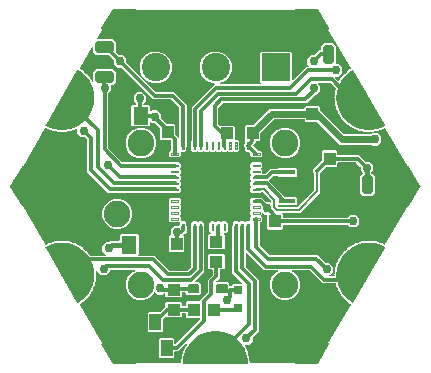
<source format=gbr>
G04 EAGLE Gerber RS-274X export*
G75*
%MOMM*%
%FSLAX34Y34*%
%LPD*%
%INBottom Copper*%
%IPPOS*%
%AMOC8*
5,1,8,0,0,1.08239X$1,22.5*%
G01*
%ADD10R,1.000000X1.100000*%
%ADD11C,0.124994*%
%ADD12R,5.699988X5.699988*%
%ADD13R,1.399997X0.400000*%
%ADD14R,1.100000X1.000000*%
%ADD15R,1.300000X1.500000*%
%ADD16C,0.499997*%
%ADD17C,1.000000*%
%ADD18C,2.250000*%
%ADD19R,1.000000X1.400000*%
%ADD20R,2.400000X2.400000*%
%ADD21C,2.400000*%
%ADD22C,0.200000*%
%ADD23R,0.800000X0.800000*%
%ADD24C,0.304800*%
%ADD25C,0.756400*%
%ADD26C,0.406400*%
%ADD27C,0.609600*%
%ADD28C,0.203200*%

G36*
X278630Y195708D02*
X278630Y195708D01*
X278658Y195706D01*
X278726Y195728D01*
X278797Y195742D01*
X278820Y195758D01*
X278847Y195767D01*
X278902Y195814D01*
X278961Y195855D01*
X278976Y195879D01*
X278998Y195897D01*
X279029Y195962D01*
X279068Y196022D01*
X279073Y196050D01*
X279085Y196076D01*
X279094Y196177D01*
X279101Y196219D01*
X279099Y196229D01*
X279100Y196242D01*
X279043Y196957D01*
X316757Y196957D01*
X316842Y196974D01*
X316928Y196986D01*
X316940Y196994D01*
X316954Y196996D01*
X317026Y197045D01*
X317100Y197090D01*
X317108Y197101D01*
X317120Y197109D01*
X317167Y197181D01*
X317218Y197252D01*
X317222Y197266D01*
X317229Y197277D01*
X317239Y197332D01*
X317263Y197426D01*
X317422Y199547D01*
X317413Y199617D01*
X317413Y199687D01*
X317401Y199718D01*
X317397Y199746D01*
X317372Y199790D01*
X317346Y199854D01*
X317343Y199859D01*
X317487Y200492D01*
X317488Y200526D01*
X317499Y200567D01*
X317547Y201214D01*
X317551Y201217D01*
X317595Y201273D01*
X317644Y201323D01*
X317657Y201353D01*
X317674Y201375D01*
X317688Y201425D01*
X317715Y201489D01*
X318242Y203799D01*
X318244Y203869D01*
X318254Y203939D01*
X318247Y203971D01*
X318247Y203999D01*
X318229Y204047D01*
X318213Y204114D01*
X318210Y204119D01*
X318447Y204723D01*
X318454Y204758D01*
X318470Y204796D01*
X318614Y205429D01*
X318619Y205431D01*
X318670Y205480D01*
X318727Y205522D01*
X318744Y205550D01*
X318764Y205570D01*
X318785Y205617D01*
X318821Y205676D01*
X319687Y207881D01*
X319699Y207951D01*
X319719Y208018D01*
X319717Y208051D01*
X319722Y208078D01*
X319710Y208129D01*
X319704Y208198D01*
X319703Y208203D01*
X320027Y208765D01*
X320039Y208798D01*
X320060Y208833D01*
X320297Y209437D01*
X320303Y209439D01*
X320360Y209480D01*
X320423Y209513D01*
X320444Y209538D01*
X320467Y209554D01*
X320494Y209598D01*
X320539Y209651D01*
X321724Y211702D01*
X321746Y211769D01*
X321776Y211833D01*
X321779Y211866D01*
X321787Y211892D01*
X321784Y211944D01*
X321788Y212013D01*
X321788Y212018D01*
X321845Y212090D01*
X321878Y212155D01*
X321918Y212215D01*
X321923Y212243D01*
X321937Y212268D01*
X321942Y212341D01*
X321956Y212412D01*
X321950Y212440D01*
X321952Y212468D01*
X321929Y212537D01*
X321914Y212608D01*
X321898Y212631D01*
X321889Y212659D01*
X321841Y212713D01*
X321800Y212772D01*
X321776Y212788D01*
X321757Y212809D01*
X321692Y212841D01*
X321631Y212880D01*
X321602Y212885D01*
X321576Y212897D01*
X321504Y212901D01*
X321433Y212913D01*
X321405Y212907D01*
X321376Y212909D01*
X321308Y212884D01*
X321238Y212868D01*
X321212Y212850D01*
X321187Y212841D01*
X321141Y212801D01*
X321090Y212765D01*
X314875Y206550D01*
X311934Y206550D01*
X311929Y206549D01*
X311924Y206550D01*
X311831Y206529D01*
X311737Y206511D01*
X311733Y206508D01*
X311728Y206507D01*
X311650Y206451D01*
X311572Y206398D01*
X311569Y206394D01*
X311565Y206391D01*
X311514Y206309D01*
X311462Y206230D01*
X311462Y206225D01*
X311459Y206220D01*
X311427Y206043D01*
X311427Y201967D01*
X310534Y201074D01*
X299270Y201074D01*
X298377Y201967D01*
X298377Y217231D01*
X299270Y218124D01*
X310534Y218124D01*
X311427Y217231D01*
X311427Y213155D01*
X311428Y213150D01*
X311427Y213145D01*
X311448Y213051D01*
X311466Y212958D01*
X311469Y212954D01*
X311470Y212949D01*
X311526Y212871D01*
X311579Y212793D01*
X311583Y212790D01*
X311586Y212786D01*
X311668Y212735D01*
X311747Y212683D01*
X311752Y212683D01*
X311757Y212680D01*
X311934Y212648D01*
X312139Y212648D01*
X312147Y212649D01*
X312155Y212648D01*
X312244Y212669D01*
X312336Y212687D01*
X312342Y212692D01*
X312350Y212694D01*
X312498Y212796D01*
X333353Y233651D01*
X333357Y233658D01*
X333363Y233662D01*
X333412Y233741D01*
X333464Y233818D01*
X333465Y233826D01*
X333469Y233833D01*
X333501Y234010D01*
X333501Y234301D01*
X333500Y234307D01*
X333501Y234312D01*
X333480Y234405D01*
X333462Y234498D01*
X333459Y234502D01*
X333458Y234507D01*
X333402Y234585D01*
X333349Y234664D01*
X333345Y234667D01*
X333342Y234671D01*
X333260Y234721D01*
X333181Y234773D01*
X333176Y234774D01*
X333171Y234777D01*
X332994Y234809D01*
X322266Y234809D01*
X321373Y235702D01*
X321373Y238277D01*
X321372Y238283D01*
X321373Y238288D01*
X321352Y238381D01*
X321333Y238474D01*
X321330Y238478D01*
X321329Y238483D01*
X321274Y238561D01*
X321221Y238640D01*
X321216Y238643D01*
X321213Y238647D01*
X321132Y238697D01*
X321053Y238749D01*
X321047Y238750D01*
X321043Y238753D01*
X320866Y238785D01*
X318301Y238785D01*
X318296Y238784D01*
X318291Y238785D01*
X318198Y238764D01*
X318104Y238745D01*
X318100Y238742D01*
X318095Y238741D01*
X318017Y238686D01*
X317939Y238632D01*
X317936Y238628D01*
X317932Y238625D01*
X317881Y238544D01*
X317829Y238464D01*
X317829Y238459D01*
X317826Y238455D01*
X317794Y238277D01*
X317794Y236084D01*
X316901Y235191D01*
X304637Y235191D01*
X304330Y235498D01*
X304326Y235501D01*
X304323Y235505D01*
X304243Y235556D01*
X304163Y235609D01*
X304158Y235610D01*
X304153Y235613D01*
X304061Y235629D01*
X303966Y235647D01*
X303961Y235646D01*
X303956Y235646D01*
X303863Y235625D01*
X303770Y235605D01*
X303766Y235602D01*
X303761Y235601D01*
X303613Y235498D01*
X302075Y233961D01*
X302071Y233954D01*
X302065Y233950D01*
X302016Y233871D01*
X301964Y233794D01*
X301963Y233786D01*
X301959Y233779D01*
X301927Y233602D01*
X301927Y223967D01*
X301034Y223074D01*
X289770Y223074D01*
X288877Y223967D01*
X288877Y239231D01*
X289770Y240124D01*
X299405Y240124D01*
X299413Y240125D01*
X299421Y240124D01*
X299510Y240145D01*
X299602Y240163D01*
X299608Y240168D01*
X299616Y240170D01*
X299764Y240272D01*
X302321Y242830D01*
X303596Y244104D01*
X303600Y244111D01*
X303606Y244115D01*
X303655Y244194D01*
X303707Y244271D01*
X303708Y244279D01*
X303712Y244286D01*
X303744Y244463D01*
X303744Y247347D01*
X304637Y248240D01*
X316901Y248240D01*
X317794Y247347D01*
X317794Y245389D01*
X317795Y245384D01*
X317794Y245379D01*
X317815Y245286D01*
X317833Y245193D01*
X317836Y245189D01*
X317837Y245183D01*
X317893Y245106D01*
X317946Y245027D01*
X317950Y245024D01*
X317953Y245020D01*
X318035Y244969D01*
X318114Y244918D01*
X318119Y244917D01*
X318124Y244914D01*
X318301Y244882D01*
X320866Y244882D01*
X320871Y244883D01*
X320876Y244882D01*
X320969Y244903D01*
X321062Y244922D01*
X321066Y244925D01*
X321072Y244926D01*
X321149Y244981D01*
X321228Y245034D01*
X321231Y245039D01*
X321235Y245042D01*
X321286Y245123D01*
X321337Y245202D01*
X321338Y245208D01*
X321341Y245212D01*
X321373Y245389D01*
X321373Y247965D01*
X322266Y248858D01*
X332994Y248858D01*
X332999Y248859D01*
X333004Y248858D01*
X333097Y248879D01*
X333191Y248898D01*
X333195Y248901D01*
X333200Y248902D01*
X333278Y248957D01*
X333356Y249010D01*
X333359Y249015D01*
X333363Y249018D01*
X333414Y249099D01*
X333466Y249178D01*
X333466Y249184D01*
X333469Y249188D01*
X333501Y249365D01*
X333501Y250183D01*
X339444Y256126D01*
X339449Y256132D01*
X339455Y256137D01*
X339504Y256216D01*
X339555Y256293D01*
X339557Y256300D01*
X339561Y256307D01*
X339593Y256484D01*
X339593Y266951D01*
X343881Y271240D01*
X343885Y271246D01*
X343892Y271251D01*
X343941Y271329D01*
X343992Y271407D01*
X343993Y271414D01*
X343998Y271421D01*
X344030Y271598D01*
X344030Y275349D01*
X344029Y275354D01*
X344029Y275359D01*
X344009Y275452D01*
X343990Y275545D01*
X343987Y275550D01*
X343986Y275555D01*
X343931Y275633D01*
X343877Y275711D01*
X343873Y275714D01*
X343870Y275718D01*
X343789Y275769D01*
X343709Y275820D01*
X343704Y275821D01*
X343700Y275824D01*
X343522Y275856D01*
X340947Y275856D01*
X340054Y276749D01*
X340054Y288012D01*
X340947Y288906D01*
X353210Y288906D01*
X354103Y288012D01*
X354103Y276749D01*
X353210Y275856D01*
X350634Y275856D01*
X350629Y275855D01*
X350624Y275856D01*
X350531Y275835D01*
X350438Y275816D01*
X350433Y275814D01*
X350428Y275812D01*
X350351Y275757D01*
X350272Y275704D01*
X350269Y275699D01*
X350265Y275696D01*
X350214Y275615D01*
X350163Y275536D01*
X350162Y275531D01*
X350159Y275526D01*
X350127Y275349D01*
X350127Y268862D01*
X347154Y265890D01*
X347153Y265888D01*
X347151Y265886D01*
X347098Y265805D01*
X347043Y265723D01*
X347043Y265720D01*
X347041Y265718D01*
X347024Y265622D01*
X347006Y265526D01*
X347006Y265523D01*
X347006Y265521D01*
X347027Y265424D01*
X347047Y265330D01*
X347049Y265328D01*
X347049Y265325D01*
X347106Y265245D01*
X347162Y265165D01*
X347164Y265164D01*
X347165Y265162D01*
X347248Y265110D01*
X347331Y265058D01*
X347333Y265057D01*
X347336Y265056D01*
X347513Y265024D01*
X356644Y265024D01*
X358123Y263545D01*
X358123Y261919D01*
X358124Y261914D01*
X358123Y261909D01*
X358144Y261816D01*
X358162Y261723D01*
X358165Y261718D01*
X358166Y261713D01*
X358222Y261635D01*
X358275Y261557D01*
X358279Y261554D01*
X358282Y261550D01*
X358364Y261499D01*
X358443Y261448D01*
X358448Y261447D01*
X358453Y261444D01*
X358630Y261412D01*
X359347Y261412D01*
X359352Y261413D01*
X359357Y261412D01*
X359450Y261433D01*
X359544Y261451D01*
X359548Y261454D01*
X359553Y261456D01*
X359631Y261511D01*
X359709Y261564D01*
X359712Y261568D01*
X359716Y261572D01*
X359767Y261653D01*
X359819Y261732D01*
X359819Y261737D01*
X359822Y261742D01*
X359854Y261919D01*
X359854Y262995D01*
X360747Y263888D01*
X368624Y263888D01*
X368627Y263888D01*
X368629Y263888D01*
X368724Y263908D01*
X368821Y263927D01*
X368823Y263929D01*
X368825Y263929D01*
X368906Y263985D01*
X368986Y264040D01*
X368988Y264042D01*
X368990Y264044D01*
X369043Y264128D01*
X369096Y264208D01*
X369096Y264211D01*
X369097Y264213D01*
X369114Y264309D01*
X369131Y264405D01*
X369131Y264408D01*
X369131Y264411D01*
X369109Y264504D01*
X369088Y264601D01*
X369086Y264603D01*
X369085Y264606D01*
X368983Y264754D01*
X360653Y273083D01*
X360653Y312965D01*
X360779Y313090D01*
X360783Y313097D01*
X360790Y313101D01*
X360839Y313180D01*
X360890Y313257D01*
X360891Y313265D01*
X360895Y313272D01*
X360927Y313449D01*
X360927Y315467D01*
X362187Y316727D01*
X365217Y316727D01*
X365843Y316101D01*
X365848Y316098D01*
X365851Y316094D01*
X365931Y316042D01*
X366010Y315990D01*
X366015Y315989D01*
X366020Y315986D01*
X366114Y315970D01*
X366207Y315952D01*
X366212Y315953D01*
X366218Y315952D01*
X366310Y315974D01*
X366403Y315994D01*
X366408Y315997D01*
X366413Y315998D01*
X366561Y316101D01*
X367187Y316727D01*
X370217Y316727D01*
X370843Y316101D01*
X370848Y316098D01*
X370851Y316094D01*
X370931Y316042D01*
X371010Y315990D01*
X371015Y315989D01*
X371020Y315986D01*
X371114Y315970D01*
X371207Y315952D01*
X371212Y315953D01*
X371218Y315952D01*
X371310Y315974D01*
X371403Y315994D01*
X371408Y315997D01*
X371413Y315998D01*
X371561Y316101D01*
X372187Y316727D01*
X375170Y316727D01*
X375175Y316728D01*
X375180Y316727D01*
X375273Y316748D01*
X375367Y316766D01*
X375371Y316769D01*
X375376Y316770D01*
X375454Y316826D01*
X375532Y316879D01*
X375535Y316883D01*
X375540Y316886D01*
X375590Y316968D01*
X375642Y317047D01*
X375643Y317052D01*
X375645Y317057D01*
X375677Y317234D01*
X375677Y320217D01*
X376303Y320843D01*
X376306Y320848D01*
X376310Y320851D01*
X376362Y320931D01*
X376414Y321010D01*
X376415Y321015D01*
X376418Y321020D01*
X376434Y321114D01*
X376452Y321207D01*
X376451Y321212D01*
X376452Y321218D01*
X376430Y321310D01*
X376410Y321403D01*
X376407Y321408D01*
X376406Y321413D01*
X376303Y321561D01*
X375677Y322187D01*
X375677Y325217D01*
X376303Y325843D01*
X376306Y325848D01*
X376310Y325851D01*
X376362Y325931D01*
X376414Y326010D01*
X376415Y326015D01*
X376418Y326020D01*
X376434Y326114D01*
X376452Y326207D01*
X376451Y326212D01*
X376452Y326218D01*
X376430Y326310D01*
X376410Y326403D01*
X376407Y326408D01*
X376406Y326413D01*
X376303Y326561D01*
X375677Y327187D01*
X375677Y330217D01*
X376303Y330843D01*
X376306Y330848D01*
X376310Y330851D01*
X376362Y330931D01*
X376414Y331010D01*
X376415Y331015D01*
X376418Y331020D01*
X376434Y331114D01*
X376452Y331207D01*
X376451Y331212D01*
X376452Y331218D01*
X376430Y331310D01*
X376410Y331403D01*
X376407Y331408D01*
X376406Y331413D01*
X376303Y331561D01*
X375677Y332187D01*
X375677Y335217D01*
X376937Y336477D01*
X378955Y336477D01*
X378963Y336478D01*
X378971Y336477D01*
X379060Y336498D01*
X379152Y336516D01*
X379158Y336521D01*
X379166Y336522D01*
X379314Y336625D01*
X379439Y336751D01*
X382006Y336751D01*
X382050Y336721D01*
X382058Y336720D01*
X382065Y336716D01*
X382242Y336684D01*
X385726Y336684D01*
X389295Y333115D01*
X389301Y333111D01*
X389306Y333105D01*
X389384Y333056D01*
X389462Y333004D01*
X389469Y333003D01*
X389476Y332999D01*
X389653Y332967D01*
X392088Y332967D01*
X392684Y332371D01*
X392686Y332370D01*
X392687Y332368D01*
X392767Y332316D01*
X392850Y332260D01*
X392853Y332260D01*
X392855Y332258D01*
X392951Y332241D01*
X393047Y332223D01*
X393050Y332223D01*
X393053Y332223D01*
X393149Y332244D01*
X393243Y332264D01*
X393246Y332266D01*
X393248Y332266D01*
X393328Y332323D01*
X393408Y332379D01*
X393410Y332381D01*
X393412Y332382D01*
X393463Y332466D01*
X393516Y332548D01*
X393516Y332550D01*
X393517Y332553D01*
X393549Y332730D01*
X393549Y333336D01*
X393548Y333344D01*
X393549Y333352D01*
X393528Y333442D01*
X393510Y333533D01*
X393505Y333539D01*
X393504Y333547D01*
X393401Y333695D01*
X386083Y341013D01*
X386076Y341017D01*
X386072Y341023D01*
X385993Y341072D01*
X385916Y341124D01*
X385908Y341125D01*
X385902Y341129D01*
X385724Y341161D01*
X384912Y341161D01*
X384904Y341160D01*
X384896Y341161D01*
X384806Y341140D01*
X384715Y341122D01*
X384708Y341117D01*
X384701Y341115D01*
X384553Y341013D01*
X384467Y340927D01*
X376937Y340927D01*
X375677Y342187D01*
X375677Y345217D01*
X376303Y345843D01*
X376306Y345848D01*
X376310Y345851D01*
X376362Y345931D01*
X376414Y346010D01*
X376415Y346015D01*
X376418Y346020D01*
X376434Y346114D01*
X376452Y346207D01*
X376451Y346212D01*
X376452Y346218D01*
X376430Y346310D01*
X376410Y346403D01*
X376407Y346408D01*
X376406Y346413D01*
X376303Y346561D01*
X375677Y347187D01*
X375677Y350217D01*
X376303Y350843D01*
X376306Y350848D01*
X376310Y350851D01*
X376362Y350931D01*
X376414Y351010D01*
X376415Y351015D01*
X376418Y351020D01*
X376434Y351114D01*
X376452Y351207D01*
X376451Y351212D01*
X376452Y351218D01*
X376430Y351310D01*
X376410Y351403D01*
X376407Y351408D01*
X376406Y351413D01*
X376303Y351561D01*
X375677Y352187D01*
X375677Y355217D01*
X376303Y355843D01*
X376306Y355848D01*
X376310Y355851D01*
X376362Y355931D01*
X376414Y356010D01*
X376415Y356015D01*
X376418Y356020D01*
X376434Y356114D01*
X376452Y356207D01*
X376451Y356212D01*
X376452Y356218D01*
X376430Y356310D01*
X376410Y356403D01*
X376407Y356408D01*
X376406Y356413D01*
X376303Y356561D01*
X375677Y357187D01*
X375677Y360217D01*
X376303Y360843D01*
X376306Y360848D01*
X376310Y360851D01*
X376362Y360931D01*
X376414Y361010D01*
X376415Y361015D01*
X376418Y361020D01*
X376434Y361114D01*
X376452Y361207D01*
X376451Y361212D01*
X376452Y361218D01*
X376430Y361310D01*
X376410Y361403D01*
X376407Y361408D01*
X376406Y361413D01*
X376303Y361561D01*
X375677Y362187D01*
X375677Y365217D01*
X376937Y366477D01*
X384468Y366477D01*
X385727Y365217D01*
X385727Y362187D01*
X385101Y361561D01*
X385098Y361556D01*
X385094Y361553D01*
X385043Y361473D01*
X384990Y361394D01*
X384989Y361389D01*
X384986Y361384D01*
X384970Y361290D01*
X384952Y361197D01*
X384953Y361192D01*
X384953Y361187D01*
X384974Y361094D01*
X384994Y361001D01*
X384997Y360996D01*
X384998Y360991D01*
X385101Y360843D01*
X385727Y360217D01*
X385727Y357258D01*
X385728Y357253D01*
X385727Y357248D01*
X385748Y357155D01*
X385766Y357061D01*
X385769Y357057D01*
X385770Y357052D01*
X385826Y356974D01*
X385879Y356896D01*
X385883Y356893D01*
X385886Y356889D01*
X385968Y356838D01*
X386047Y356786D01*
X386052Y356786D01*
X386057Y356783D01*
X386234Y356751D01*
X388284Y356751D01*
X388292Y356752D01*
X388300Y356751D01*
X388390Y356772D01*
X388481Y356790D01*
X388487Y356795D01*
X388495Y356797D01*
X388643Y356899D01*
X392723Y360979D01*
X398558Y360979D01*
X398565Y360980D01*
X398573Y360979D01*
X398663Y361000D01*
X398754Y361019D01*
X398761Y361023D01*
X398768Y361025D01*
X398916Y361128D01*
X399244Y361455D01*
X414507Y361455D01*
X415400Y360562D01*
X415400Y355299D01*
X414507Y354405D01*
X399244Y354405D01*
X398916Y354733D01*
X398910Y354737D01*
X398905Y354744D01*
X398826Y354793D01*
X398749Y354844D01*
X398742Y354845D01*
X398735Y354849D01*
X398558Y354881D01*
X395458Y354881D01*
X395451Y354880D01*
X395443Y354881D01*
X395353Y354860D01*
X395262Y354842D01*
X395255Y354837D01*
X395248Y354836D01*
X395100Y354733D01*
X391831Y351464D01*
X391828Y351459D01*
X391823Y351456D01*
X391772Y351376D01*
X391720Y351297D01*
X391719Y351292D01*
X391716Y351287D01*
X391700Y351193D01*
X391682Y351100D01*
X391683Y351095D01*
X391682Y351090D01*
X391704Y350997D01*
X391724Y350904D01*
X391727Y350900D01*
X391728Y350894D01*
X391831Y350746D01*
X404974Y337604D01*
X404975Y337603D01*
X404975Y337602D01*
X404980Y337599D01*
X404985Y337593D01*
X405063Y337544D01*
X405140Y337493D01*
X405148Y337491D01*
X405155Y337487D01*
X405332Y337455D01*
X414507Y337455D01*
X415400Y336562D01*
X415400Y331299D01*
X414507Y330406D01*
X399582Y330406D01*
X399580Y330405D01*
X399577Y330405D01*
X399482Y330385D01*
X399386Y330366D01*
X399384Y330364D01*
X399381Y330364D01*
X399301Y330309D01*
X399220Y330253D01*
X399218Y330251D01*
X399216Y330250D01*
X399164Y330167D01*
X399111Y330085D01*
X399110Y330083D01*
X399109Y330080D01*
X399092Y329984D01*
X399075Y329888D01*
X399076Y329885D01*
X399075Y329883D01*
X399097Y329790D01*
X399119Y329692D01*
X399120Y329690D01*
X399121Y329688D01*
X399224Y329540D01*
X399596Y329167D01*
X399602Y329163D01*
X399607Y329156D01*
X399686Y329107D01*
X399763Y329056D01*
X399771Y329055D01*
X399777Y329051D01*
X399955Y329019D01*
X415385Y329019D01*
X415393Y329020D01*
X415401Y329019D01*
X415491Y329040D01*
X415582Y329058D01*
X415588Y329063D01*
X415596Y329064D01*
X415744Y329167D01*
X429504Y342928D01*
X429509Y342934D01*
X429515Y342939D01*
X429564Y343017D01*
X429615Y343094D01*
X429617Y343102D01*
X429621Y343109D01*
X429653Y343286D01*
X429653Y357276D01*
X429651Y357284D01*
X429653Y357291D01*
X429632Y357381D01*
X429613Y357473D01*
X429609Y357479D01*
X429607Y357487D01*
X429504Y357635D01*
X429145Y357994D01*
X429145Y360520D01*
X436267Y367641D01*
X436271Y367648D01*
X436277Y367653D01*
X436326Y367731D01*
X436378Y367808D01*
X436379Y367816D01*
X436383Y367823D01*
X436415Y368000D01*
X436415Y375751D01*
X437308Y376644D01*
X448571Y376644D01*
X449465Y375751D01*
X449465Y373146D01*
X449465Y373142D01*
X449465Y373138D01*
X449485Y373044D01*
X449504Y372950D01*
X449507Y372946D01*
X449507Y372942D01*
X449563Y372863D01*
X449617Y372784D01*
X449620Y372782D01*
X449623Y372778D01*
X449705Y372727D01*
X449785Y372675D01*
X449789Y372674D01*
X449793Y372672D01*
X449970Y372639D01*
X466683Y372570D01*
X466684Y372570D01*
X466685Y372570D01*
X467945Y372570D01*
X468834Y371673D01*
X468835Y371673D01*
X468836Y371672D01*
X473224Y367283D01*
X473231Y367279D01*
X473235Y367273D01*
X473314Y367224D01*
X473391Y367172D01*
X473399Y367171D01*
X473406Y367167D01*
X473583Y367135D01*
X476566Y367135D01*
X479675Y364026D01*
X479675Y359630D01*
X478073Y358029D01*
X478069Y358022D01*
X478062Y358017D01*
X478014Y357939D01*
X477962Y357862D01*
X477961Y357854D01*
X477957Y357847D01*
X477925Y357670D01*
X477925Y357504D01*
X477926Y357499D01*
X477925Y357494D01*
X477945Y357401D01*
X477964Y357307D01*
X477967Y357303D01*
X477968Y357298D01*
X478024Y357220D01*
X478077Y357142D01*
X478081Y357139D01*
X478084Y357134D01*
X478166Y357084D01*
X478245Y357032D01*
X478250Y357031D01*
X478255Y357029D01*
X478432Y356997D01*
X479147Y356997D01*
X481505Y354639D01*
X481505Y340305D01*
X479147Y337947D01*
X470813Y337947D01*
X468455Y340305D01*
X468455Y354639D01*
X470663Y356846D01*
X470667Y356853D01*
X470673Y356857D01*
X470722Y356936D01*
X470774Y357013D01*
X470775Y357021D01*
X470779Y357028D01*
X470811Y357205D01*
X470811Y357670D01*
X470810Y357678D01*
X470811Y357685D01*
X470790Y357775D01*
X470772Y357866D01*
X470767Y357873D01*
X470765Y357881D01*
X470663Y358029D01*
X469061Y359630D01*
X469061Y362613D01*
X469060Y362621D01*
X469061Y362629D01*
X469040Y362718D01*
X469022Y362810D01*
X469017Y362816D01*
X469015Y362824D01*
X468913Y362972D01*
X465555Y366330D01*
X465549Y366334D01*
X465545Y366339D01*
X465466Y366389D01*
X465388Y366441D01*
X465381Y366442D01*
X465375Y366446D01*
X465198Y366478D01*
X449974Y366542D01*
X449968Y366540D01*
X449962Y366541D01*
X449870Y366521D01*
X449777Y366503D01*
X449772Y366499D01*
X449766Y366498D01*
X449689Y366443D01*
X449611Y366391D01*
X449608Y366385D01*
X449602Y366382D01*
X449553Y366302D01*
X449501Y366223D01*
X449500Y366217D01*
X449497Y366212D01*
X449465Y366034D01*
X449465Y363488D01*
X448571Y362595D01*
X440053Y362595D01*
X440045Y362593D01*
X440038Y362594D01*
X439948Y362573D01*
X439857Y362555D01*
X439850Y362551D01*
X439842Y362549D01*
X439694Y362446D01*
X434883Y357635D01*
X434879Y357628D01*
X434872Y357624D01*
X434823Y357545D01*
X434772Y357468D01*
X434771Y357460D01*
X434766Y357453D01*
X434734Y357276D01*
X434734Y340971D01*
X417700Y323937D01*
X403274Y323937D01*
X403271Y323937D01*
X403269Y323937D01*
X403173Y323917D01*
X403077Y323898D01*
X403075Y323896D01*
X403073Y323896D01*
X402993Y323840D01*
X402912Y323785D01*
X402910Y323783D01*
X402908Y323781D01*
X402855Y323698D01*
X402802Y323617D01*
X402802Y323614D01*
X402800Y323612D01*
X402784Y323516D01*
X402767Y323420D01*
X402767Y323417D01*
X402767Y323414D01*
X402789Y323322D01*
X402810Y323224D01*
X402812Y323222D01*
X402812Y323219D01*
X402915Y323071D01*
X403169Y322818D01*
X403169Y320242D01*
X403170Y320237D01*
X403169Y320232D01*
X403189Y320139D01*
X403208Y320046D01*
X403211Y320041D01*
X403212Y320036D01*
X403268Y319959D01*
X403321Y319880D01*
X403325Y319877D01*
X403328Y319873D01*
X403410Y319822D01*
X403489Y319771D01*
X403494Y319770D01*
X403499Y319767D01*
X403676Y319735D01*
X457816Y319735D01*
X457824Y319737D01*
X457832Y319735D01*
X457922Y319756D01*
X458013Y319775D01*
X458019Y319779D01*
X458027Y319781D01*
X458175Y319884D01*
X460463Y322172D01*
X464859Y322172D01*
X467968Y319063D01*
X467968Y314667D01*
X464859Y311558D01*
X460463Y311558D01*
X458532Y313489D01*
X458526Y313493D01*
X458521Y313500D01*
X458442Y313549D01*
X458365Y313600D01*
X458357Y313601D01*
X458351Y313606D01*
X458173Y313638D01*
X403676Y313638D01*
X403671Y313637D01*
X403666Y313637D01*
X403572Y313617D01*
X403479Y313598D01*
X403475Y313595D01*
X403470Y313594D01*
X403392Y313539D01*
X403314Y313485D01*
X403311Y313481D01*
X403306Y313478D01*
X403256Y313397D01*
X403204Y313317D01*
X403203Y313312D01*
X403201Y313308D01*
X403169Y313130D01*
X403169Y310555D01*
X402275Y309662D01*
X391012Y309662D01*
X390119Y310555D01*
X390119Y321846D01*
X390118Y321851D01*
X390119Y321856D01*
X390098Y321949D01*
X390080Y322043D01*
X390077Y322047D01*
X390075Y322052D01*
X390020Y322130D01*
X389967Y322208D01*
X389963Y322211D01*
X389959Y322215D01*
X389878Y322266D01*
X389799Y322318D01*
X389794Y322318D01*
X389789Y322321D01*
X389612Y322353D01*
X387692Y322353D01*
X386593Y323452D01*
X386591Y323454D01*
X386589Y323456D01*
X386509Y323508D01*
X386426Y323563D01*
X386423Y323564D01*
X386421Y323565D01*
X386325Y323583D01*
X386229Y323601D01*
X386226Y323600D01*
X386224Y323601D01*
X386127Y323579D01*
X386033Y323559D01*
X386031Y323558D01*
X386028Y323557D01*
X385948Y323501D01*
X385868Y323445D01*
X385867Y323443D01*
X385865Y323441D01*
X385812Y323357D01*
X385761Y323276D01*
X385760Y323273D01*
X385759Y323271D01*
X385727Y323094D01*
X385727Y322187D01*
X385101Y321561D01*
X385098Y321556D01*
X385094Y321553D01*
X385043Y321473D01*
X384990Y321394D01*
X384989Y321389D01*
X384986Y321384D01*
X384970Y321290D01*
X384952Y321197D01*
X384953Y321192D01*
X384953Y321187D01*
X384974Y321094D01*
X384994Y321001D01*
X384997Y320996D01*
X384998Y320991D01*
X385101Y320843D01*
X385727Y320217D01*
X385727Y317187D01*
X384468Y315927D01*
X384180Y315927D01*
X384175Y315926D01*
X384170Y315927D01*
X384077Y315906D01*
X383984Y315888D01*
X383979Y315885D01*
X383974Y315884D01*
X383896Y315828D01*
X383818Y315775D01*
X383815Y315771D01*
X383811Y315768D01*
X383760Y315686D01*
X383709Y315607D01*
X383708Y315602D01*
X383705Y315597D01*
X383673Y315420D01*
X383673Y296570D01*
X383674Y296562D01*
X383673Y296555D01*
X383694Y296465D01*
X383712Y296374D01*
X383717Y296367D01*
X383719Y296359D01*
X383821Y296211D01*
X391983Y288050D01*
X391990Y288045D01*
X391995Y288038D01*
X392073Y287990D01*
X392150Y287939D01*
X392158Y287937D01*
X392165Y287933D01*
X392343Y287901D01*
X427582Y287949D01*
X427583Y287949D01*
X429952Y287956D01*
X429960Y287957D01*
X429968Y287956D01*
X429983Y287960D01*
X431425Y287960D01*
X431426Y287960D01*
X431427Y287960D01*
X432687Y287963D01*
X433582Y287068D01*
X433583Y287068D01*
X433583Y287067D01*
X434608Y286048D01*
X434621Y286029D01*
X439181Y281469D01*
X439187Y281465D01*
X439192Y281459D01*
X439270Y281410D01*
X439347Y281359D01*
X439355Y281357D01*
X439362Y281353D01*
X439539Y281321D01*
X442522Y281321D01*
X445631Y278212D01*
X445631Y273816D01*
X442812Y270997D01*
X442810Y270994D01*
X442808Y270993D01*
X442755Y270912D01*
X442701Y270830D01*
X442700Y270827D01*
X442699Y270825D01*
X442681Y270727D01*
X442663Y270633D01*
X442664Y270630D01*
X442663Y270628D01*
X442685Y270531D01*
X442705Y270437D01*
X442706Y270435D01*
X442707Y270432D01*
X442763Y270352D01*
X442819Y270272D01*
X442821Y270271D01*
X442823Y270269D01*
X442905Y270217D01*
X442988Y270165D01*
X442991Y270164D01*
X442993Y270163D01*
X443170Y270131D01*
X446507Y270131D01*
X446592Y270148D01*
X446677Y270160D01*
X446689Y270168D01*
X446703Y270170D01*
X446775Y270219D01*
X446849Y270264D01*
X446857Y270275D01*
X446869Y270283D01*
X446916Y270356D01*
X446967Y270426D01*
X446971Y270440D01*
X446978Y270451D01*
X446988Y270506D01*
X447012Y270600D01*
X447054Y271155D01*
X447049Y271189D01*
X447054Y271231D01*
X447005Y271878D01*
X447009Y271882D01*
X447043Y271943D01*
X447085Y272000D01*
X447093Y272032D01*
X447107Y272057D01*
X447113Y272108D01*
X447130Y272175D01*
X447306Y274540D01*
X447304Y274560D01*
X447307Y274576D01*
X447298Y274618D01*
X447297Y274680D01*
X447285Y274711D01*
X447281Y274739D01*
X447264Y274769D01*
X447263Y274772D01*
X447258Y274779D01*
X447256Y274783D01*
X447230Y274847D01*
X447227Y274852D01*
X447371Y275485D01*
X447372Y275519D01*
X447382Y275560D01*
X447431Y276207D01*
X447435Y276210D01*
X447448Y276228D01*
X447466Y276240D01*
X447493Y276281D01*
X447528Y276316D01*
X447541Y276346D01*
X447558Y276369D01*
X447564Y276390D01*
X447575Y276408D01*
X447582Y276443D01*
X447598Y276482D01*
X448125Y278794D01*
X448127Y278865D01*
X448137Y278935D01*
X448130Y278966D01*
X448130Y278994D01*
X448112Y279043D01*
X448096Y279110D01*
X448093Y279115D01*
X448330Y279719D01*
X448336Y279753D01*
X448353Y279791D01*
X448497Y280424D01*
X448502Y280427D01*
X448553Y280476D01*
X448609Y280518D01*
X448626Y280546D01*
X448647Y280565D01*
X448667Y280612D01*
X448704Y280671D01*
X449569Y282879D01*
X449582Y282949D01*
X449602Y283016D01*
X449599Y283049D01*
X449604Y283076D01*
X449593Y283127D01*
X449587Y283196D01*
X449586Y283201D01*
X449910Y283763D01*
X449921Y283796D01*
X449943Y283831D01*
X450180Y284435D01*
X450185Y284438D01*
X450243Y284478D01*
X450305Y284511D01*
X450326Y284536D01*
X450349Y284553D01*
X450376Y284596D01*
X450421Y284649D01*
X451606Y286703D01*
X451629Y286770D01*
X451659Y286834D01*
X451661Y286866D01*
X451670Y286893D01*
X451666Y286944D01*
X451671Y287014D01*
X451670Y287019D01*
X452075Y287526D01*
X452091Y287557D01*
X452117Y287589D01*
X452442Y288151D01*
X452447Y288153D01*
X452510Y288184D01*
X452577Y288208D01*
X452601Y288229D01*
X452626Y288242D01*
X452660Y288281D01*
X452712Y288326D01*
X454190Y290181D01*
X454222Y290244D01*
X454262Y290302D01*
X454269Y290334D01*
X454282Y290359D01*
X454286Y290411D01*
X454300Y290478D01*
X454300Y290484D01*
X454776Y290925D01*
X454789Y290943D01*
X454800Y290950D01*
X454809Y290965D01*
X454828Y290981D01*
X455232Y291488D01*
X455237Y291489D01*
X455305Y291510D01*
X455374Y291524D01*
X455402Y291542D01*
X455428Y291550D01*
X455467Y291584D01*
X455526Y291621D01*
X457263Y293235D01*
X457305Y293292D01*
X457352Y293344D01*
X457364Y293375D01*
X457380Y293397D01*
X457392Y293448D01*
X457417Y293512D01*
X457418Y293518D01*
X457954Y293883D01*
X457978Y293908D01*
X458013Y293931D01*
X458489Y294372D01*
X458494Y294372D01*
X458564Y294383D01*
X458634Y294386D01*
X458664Y294400D01*
X458692Y294404D01*
X458736Y294432D01*
X458799Y294460D01*
X460758Y295796D01*
X460807Y295847D01*
X460862Y295891D01*
X460878Y295920D01*
X460898Y295940D01*
X460917Y295988D01*
X460951Y296048D01*
X460952Y296053D01*
X461537Y296335D01*
X461565Y296356D01*
X461603Y296373D01*
X462139Y296739D01*
X462144Y296738D01*
X462215Y296738D01*
X462285Y296731D01*
X462316Y296740D01*
X462344Y296740D01*
X462392Y296761D01*
X462458Y296779D01*
X464595Y297809D01*
X464651Y297851D01*
X464712Y297887D01*
X464732Y297913D01*
X464754Y297930D01*
X464780Y297974D01*
X464823Y298029D01*
X464825Y298034D01*
X465446Y298225D01*
X465476Y298242D01*
X465516Y298253D01*
X466101Y298534D01*
X466106Y298533D01*
X466176Y298523D01*
X466244Y298505D01*
X466277Y298509D01*
X466304Y298505D01*
X466354Y298518D01*
X466423Y298527D01*
X468689Y299226D01*
X468751Y299260D01*
X468816Y299286D01*
X468840Y299309D01*
X468865Y299322D01*
X468897Y299363D01*
X468947Y299410D01*
X468950Y299415D01*
X469592Y299511D01*
X469625Y299523D01*
X469666Y299528D01*
X470286Y299720D01*
X470291Y299717D01*
X470359Y299697D01*
X470423Y299669D01*
X470456Y299668D01*
X470483Y299660D01*
X470534Y299666D01*
X470604Y299664D01*
X472948Y300018D01*
X473015Y300043D01*
X473083Y300059D01*
X473110Y300077D01*
X473137Y300087D01*
X473175Y300122D01*
X473231Y300161D01*
X473235Y300165D01*
X473884Y300165D01*
X473918Y300172D01*
X473960Y300171D01*
X474601Y300268D01*
X474606Y300265D01*
X474670Y300235D01*
X474730Y300198D01*
X474762Y300192D01*
X474787Y300180D01*
X474839Y300178D01*
X474907Y300166D01*
X477278Y300167D01*
X477348Y300181D01*
X477418Y300186D01*
X477447Y300201D01*
X477475Y300206D01*
X477518Y300235D01*
X477580Y300266D01*
X477584Y300269D01*
X478226Y300173D01*
X478260Y300174D01*
X478301Y300167D01*
X478950Y300167D01*
X478954Y300163D01*
X479013Y300124D01*
X479067Y300078D01*
X479098Y300068D01*
X479121Y300052D01*
X479172Y300043D01*
X479237Y300020D01*
X481582Y299668D01*
X481653Y299671D01*
X481723Y299666D01*
X481754Y299676D01*
X481782Y299678D01*
X481829Y299700D01*
X481895Y299721D01*
X481900Y299724D01*
X482520Y299532D01*
X482554Y299529D01*
X482594Y299516D01*
X483235Y299419D01*
X483239Y299415D01*
X483291Y299367D01*
X483337Y299314D01*
X483366Y299299D01*
X483387Y299280D01*
X483436Y299263D01*
X483497Y299231D01*
X485764Y298533D01*
X485834Y298526D01*
X485903Y298511D01*
X485935Y298516D01*
X485963Y298513D01*
X486012Y298528D01*
X486081Y298539D01*
X486086Y298541D01*
X486671Y298259D01*
X486704Y298251D01*
X486741Y298232D01*
X487361Y298041D01*
X487364Y298036D01*
X487408Y297981D01*
X487446Y297922D01*
X487473Y297902D01*
X487491Y297881D01*
X487536Y297857D01*
X487592Y297816D01*
X489519Y296889D01*
X489603Y296868D01*
X489685Y296842D01*
X489699Y296843D01*
X489713Y296839D01*
X489799Y296852D01*
X489885Y296860D01*
X489897Y296867D01*
X489911Y296869D01*
X489985Y296914D01*
X490062Y296955D01*
X490071Y296966D01*
X490083Y296973D01*
X490115Y297018D01*
X490178Y297092D01*
X509010Y329711D01*
X509618Y329291D01*
X509645Y329280D01*
X509667Y329261D01*
X509736Y329241D01*
X509801Y329213D01*
X509830Y329213D01*
X509858Y329205D01*
X509929Y329213D01*
X510000Y329213D01*
X510027Y329224D01*
X510056Y329227D01*
X510118Y329262D01*
X510183Y329290D01*
X510204Y329310D01*
X510229Y329325D01*
X510292Y329402D01*
X510322Y329432D01*
X510326Y329442D01*
X510335Y329453D01*
X519835Y345953D01*
X519845Y345985D01*
X519854Y345998D01*
X519858Y346022D01*
X519859Y346026D01*
X519890Y346096D01*
X519890Y346120D01*
X519898Y346142D01*
X519892Y346218D01*
X519893Y346295D01*
X519883Y346319D01*
X519882Y346340D01*
X519861Y346379D01*
X519835Y346451D01*
X510335Y362951D01*
X510316Y362973D01*
X510303Y362999D01*
X510250Y363047D01*
X510203Y363100D01*
X510177Y363113D01*
X510156Y363132D01*
X510088Y363155D01*
X510024Y363186D01*
X509995Y363188D01*
X509968Y363197D01*
X509896Y363192D01*
X509825Y363195D01*
X509798Y363185D01*
X509769Y363183D01*
X509679Y363141D01*
X509639Y363126D01*
X509631Y363119D01*
X509618Y363113D01*
X509010Y362693D01*
X490178Y395312D01*
X490121Y395377D01*
X490067Y395445D01*
X490055Y395451D01*
X490045Y395462D01*
X489967Y395500D01*
X489892Y395542D01*
X489878Y395543D01*
X489865Y395549D01*
X489778Y395554D01*
X489692Y395563D01*
X489678Y395559D01*
X489665Y395560D01*
X489612Y395541D01*
X489519Y395515D01*
X487592Y394588D01*
X487536Y394545D01*
X487475Y394510D01*
X487455Y394484D01*
X487432Y394467D01*
X487406Y394422D01*
X487364Y394368D01*
X487361Y394363D01*
X486741Y394172D01*
X486711Y394156D01*
X486671Y394145D01*
X486086Y393863D01*
X486081Y393865D01*
X486011Y393875D01*
X485942Y393893D01*
X485910Y393889D01*
X485882Y393893D01*
X485832Y393879D01*
X485764Y393871D01*
X483497Y393173D01*
X483435Y393139D01*
X483370Y393113D01*
X483346Y393090D01*
X483321Y393077D01*
X483289Y393037D01*
X483239Y392989D01*
X483235Y392985D01*
X482594Y392888D01*
X482561Y392877D01*
X482520Y392872D01*
X481900Y392680D01*
X481895Y392683D01*
X481827Y392703D01*
X481762Y392731D01*
X481730Y392732D01*
X481703Y392740D01*
X481651Y392734D01*
X481582Y392736D01*
X479317Y392396D01*
X479258Y392374D01*
X479196Y392362D01*
X479164Y392340D01*
X479128Y392327D01*
X479082Y392284D01*
X479030Y392249D01*
X479009Y392217D01*
X478981Y392191D01*
X478976Y392180D01*
X478940Y392203D01*
X478937Y392204D01*
X478935Y392205D01*
X478758Y392237D01*
X478301Y392237D01*
X478267Y392230D01*
X478226Y392231D01*
X477584Y392135D01*
X477580Y392138D01*
X477516Y392168D01*
X477456Y392205D01*
X477423Y392211D01*
X477398Y392223D01*
X477346Y392225D01*
X477278Y392237D01*
X474907Y392238D01*
X474838Y392224D01*
X474767Y392219D01*
X474738Y392204D01*
X474711Y392199D01*
X474668Y392170D01*
X474606Y392139D01*
X474601Y392136D01*
X473960Y392233D01*
X473925Y392231D01*
X473884Y392239D01*
X473235Y392239D01*
X473231Y392243D01*
X473173Y392282D01*
X473119Y392327D01*
X473088Y392338D01*
X473064Y392354D01*
X473014Y392363D01*
X472948Y392386D01*
X470604Y392740D01*
X470533Y392736D01*
X470463Y392741D01*
X470431Y392731D01*
X470403Y392730D01*
X470357Y392708D01*
X470291Y392687D01*
X470286Y392684D01*
X469666Y392876D01*
X469632Y392879D01*
X469592Y392893D01*
X468950Y392989D01*
X468947Y392994D01*
X468895Y393041D01*
X468849Y393095D01*
X468819Y393110D01*
X468799Y393129D01*
X468750Y393146D01*
X468689Y393178D01*
X466423Y393877D01*
X466353Y393884D01*
X466284Y393900D01*
X466251Y393895D01*
X466223Y393897D01*
X466174Y393882D01*
X466106Y393871D01*
X466101Y393870D01*
X465516Y394151D01*
X465482Y394160D01*
X465446Y394179D01*
X464825Y394370D01*
X464823Y394375D01*
X464778Y394430D01*
X464740Y394490D01*
X464714Y394509D01*
X464696Y394531D01*
X464651Y394555D01*
X464595Y394595D01*
X462458Y395625D01*
X462390Y395642D01*
X462324Y395668D01*
X462291Y395668D01*
X462264Y395675D01*
X462213Y395667D01*
X462144Y395666D01*
X462139Y395665D01*
X461603Y396031D01*
X461571Y396045D01*
X461537Y396069D01*
X460952Y396351D01*
X460951Y396356D01*
X460915Y396417D01*
X460886Y396481D01*
X460863Y396504D01*
X460848Y396528D01*
X460807Y396559D01*
X460758Y396608D01*
X458799Y397944D01*
X458734Y397972D01*
X458672Y398007D01*
X458640Y398011D01*
X458614Y398022D01*
X458563Y398022D01*
X458494Y398032D01*
X458489Y398032D01*
X458013Y398473D01*
X457984Y398491D01*
X457954Y398521D01*
X457418Y398886D01*
X457417Y398892D01*
X457390Y398957D01*
X457372Y399025D01*
X457352Y399052D01*
X457341Y399077D01*
X457305Y399114D01*
X457263Y399169D01*
X455526Y400783D01*
X455465Y400820D01*
X455410Y400863D01*
X455379Y400873D01*
X455355Y400887D01*
X455304Y400895D01*
X455237Y400915D01*
X455232Y400916D01*
X454828Y401423D01*
X454801Y401446D01*
X454776Y401479D01*
X454300Y401920D01*
X454300Y401926D01*
X454284Y401995D01*
X454276Y402065D01*
X454260Y402093D01*
X454253Y402121D01*
X454223Y402162D01*
X454190Y402223D01*
X452712Y404078D01*
X452658Y404123D01*
X452610Y404175D01*
X452580Y404189D01*
X452559Y404207D01*
X452509Y404222D01*
X452447Y404251D01*
X452442Y404253D01*
X452117Y404815D01*
X452094Y404841D01*
X452075Y404878D01*
X451670Y405385D01*
X451671Y405390D01*
X451668Y405421D01*
X451673Y405447D01*
X451665Y405480D01*
X451667Y405531D01*
X451656Y405562D01*
X451654Y405590D01*
X451631Y405632D01*
X451629Y405642D01*
X451625Y405648D01*
X451606Y405701D01*
X450421Y407755D01*
X450374Y407808D01*
X450334Y407866D01*
X450307Y407884D01*
X450289Y407905D01*
X450242Y407928D01*
X450185Y407966D01*
X450180Y407969D01*
X449943Y408573D01*
X449924Y408602D01*
X449910Y408641D01*
X449586Y409203D01*
X449587Y409208D01*
X449592Y409279D01*
X449604Y409348D01*
X449598Y409380D01*
X449600Y409408D01*
X449583Y409457D01*
X449569Y409525D01*
X448704Y411733D01*
X448666Y411792D01*
X448635Y411855D01*
X448610Y411878D01*
X448595Y411901D01*
X448553Y411930D01*
X448502Y411977D01*
X448497Y411980D01*
X448353Y412613D01*
X448338Y412644D01*
X448330Y412685D01*
X448093Y413289D01*
X448096Y413294D01*
X448111Y413363D01*
X448134Y413430D01*
X448132Y413463D01*
X448138Y413490D01*
X448129Y413541D01*
X448125Y413610D01*
X447598Y415922D01*
X447569Y415986D01*
X447548Y416054D01*
X447528Y416079D01*
X447516Y416105D01*
X447478Y416140D01*
X447435Y416194D01*
X447431Y416197D01*
X447382Y416844D01*
X447373Y416878D01*
X447371Y416919D01*
X447227Y417552D01*
X447230Y417557D01*
X447255Y417623D01*
X447288Y417685D01*
X447291Y417718D01*
X447301Y417744D01*
X447299Y417796D01*
X447306Y417864D01*
X447130Y420229D01*
X447111Y420297D01*
X447100Y420367D01*
X447083Y420395D01*
X447076Y420422D01*
X447044Y420463D01*
X447009Y420522D01*
X447005Y420526D01*
X447054Y421173D01*
X447049Y421208D01*
X447054Y421249D01*
X447005Y421896D01*
X447009Y421900D01*
X447044Y421962D01*
X447085Y422019D01*
X447094Y422051D01*
X447107Y422075D01*
X447113Y422127D01*
X447131Y422193D01*
X447308Y424558D01*
X447300Y424628D01*
X447299Y424699D01*
X447287Y424729D01*
X447284Y424757D01*
X447258Y424802D01*
X447232Y424866D01*
X447229Y424871D01*
X447374Y425503D01*
X447375Y425538D01*
X447385Y425578D01*
X447434Y426225D01*
X447438Y426229D01*
X447482Y426285D01*
X447531Y426335D01*
X447544Y426365D01*
X447561Y426387D01*
X447575Y426437D01*
X447602Y426500D01*
X448105Y428702D01*
X448107Y428766D01*
X448118Y428830D01*
X448109Y428865D01*
X448110Y428902D01*
X448087Y428962D01*
X448072Y429025D01*
X448049Y429058D01*
X448037Y429089D01*
X448004Y429123D01*
X447969Y429173D01*
X443460Y433683D01*
X443453Y433687D01*
X443449Y433693D01*
X443370Y433742D01*
X443293Y433794D01*
X443285Y433795D01*
X443278Y433799D01*
X443101Y433831D01*
X433418Y433831D01*
X433416Y433831D01*
X433413Y433831D01*
X433318Y433811D01*
X433222Y433792D01*
X433219Y433790D01*
X433217Y433790D01*
X433136Y433734D01*
X433056Y433679D01*
X433054Y433677D01*
X433052Y433675D01*
X432999Y433592D01*
X432947Y433511D01*
X432946Y433508D01*
X432945Y433506D01*
X432928Y433410D01*
X432911Y433314D01*
X432912Y433311D01*
X432911Y433309D01*
X432933Y433214D01*
X432955Y433118D01*
X432956Y433116D01*
X432957Y433113D01*
X433059Y432965D01*
X434567Y431458D01*
X434567Y427062D01*
X431458Y423953D01*
X431015Y423953D01*
X431007Y423952D01*
X430999Y423953D01*
X430910Y423932D01*
X430818Y423914D01*
X430812Y423909D01*
X430804Y423907D01*
X430656Y423805D01*
X423573Y416722D01*
X352664Y416722D01*
X352656Y416720D01*
X352648Y416722D01*
X352558Y416701D01*
X352467Y416682D01*
X352460Y416678D01*
X352453Y416676D01*
X352305Y416573D01*
X348637Y412906D01*
X348633Y412899D01*
X348627Y412895D01*
X348578Y412816D01*
X348526Y412739D01*
X348525Y412731D01*
X348521Y412724D01*
X348489Y412547D01*
X348489Y398983D01*
X348490Y398975D01*
X348489Y398967D01*
X348510Y398878D01*
X348528Y398786D01*
X348533Y398780D01*
X348535Y398772D01*
X348637Y398624D01*
X349427Y397835D01*
X349433Y397830D01*
X349438Y397824D01*
X349517Y397775D01*
X349594Y397724D01*
X349601Y397722D01*
X349608Y397718D01*
X349785Y397686D01*
X362041Y397686D01*
X362935Y396793D01*
X362935Y386234D01*
X362936Y386229D01*
X362935Y386224D01*
X362955Y386131D01*
X362974Y386038D01*
X362977Y386033D01*
X362978Y386028D01*
X363034Y385950D01*
X363087Y385872D01*
X363091Y385869D01*
X363094Y385865D01*
X363176Y385814D01*
X363255Y385763D01*
X363260Y385762D01*
X363265Y385759D01*
X363442Y385727D01*
X365217Y385727D01*
X366477Y384468D01*
X366477Y376937D01*
X365217Y375677D01*
X362187Y375677D01*
X361561Y376303D01*
X361556Y376306D01*
X361553Y376310D01*
X361473Y376362D01*
X361394Y376414D01*
X361389Y376415D01*
X361384Y376418D01*
X361290Y376434D01*
X361197Y376452D01*
X361192Y376451D01*
X361186Y376452D01*
X361094Y376430D01*
X361001Y376410D01*
X360996Y376407D01*
X360991Y376406D01*
X360843Y376303D01*
X360217Y375677D01*
X357187Y375677D01*
X356561Y376303D01*
X356556Y376306D01*
X356553Y376310D01*
X356473Y376361D01*
X356394Y376414D01*
X356389Y376415D01*
X356384Y376418D01*
X356290Y376434D01*
X356197Y376452D01*
X356192Y376451D01*
X356187Y376452D01*
X356094Y376430D01*
X356001Y376410D01*
X355996Y376407D01*
X355991Y376406D01*
X355843Y376303D01*
X355217Y375677D01*
X352187Y375677D01*
X351561Y376303D01*
X351556Y376306D01*
X351553Y376310D01*
X351473Y376362D01*
X351394Y376414D01*
X351389Y376415D01*
X351384Y376418D01*
X351290Y376434D01*
X351197Y376452D01*
X351192Y376451D01*
X351186Y376452D01*
X351094Y376430D01*
X351001Y376410D01*
X350996Y376407D01*
X350991Y376406D01*
X350843Y376303D01*
X350217Y375677D01*
X347187Y375677D01*
X346561Y376303D01*
X346556Y376306D01*
X346553Y376310D01*
X346473Y376362D01*
X346394Y376414D01*
X346389Y376415D01*
X346384Y376418D01*
X346290Y376434D01*
X346197Y376452D01*
X346192Y376451D01*
X346186Y376452D01*
X346094Y376430D01*
X346001Y376410D01*
X345996Y376407D01*
X345991Y376406D01*
X345843Y376303D01*
X345217Y375677D01*
X342187Y375677D01*
X341561Y376303D01*
X341556Y376306D01*
X341553Y376310D01*
X341473Y376362D01*
X341394Y376414D01*
X341389Y376415D01*
X341384Y376418D01*
X341290Y376434D01*
X341197Y376452D01*
X341192Y376451D01*
X341186Y376452D01*
X341094Y376430D01*
X341001Y376410D01*
X340996Y376407D01*
X340991Y376406D01*
X340843Y376303D01*
X340217Y375677D01*
X337187Y375677D01*
X336561Y376303D01*
X336556Y376306D01*
X336553Y376310D01*
X336473Y376362D01*
X336394Y376414D01*
X336389Y376415D01*
X336384Y376418D01*
X336290Y376434D01*
X336197Y376452D01*
X336192Y376451D01*
X336186Y376452D01*
X336094Y376430D01*
X336001Y376410D01*
X335996Y376407D01*
X335991Y376406D01*
X335843Y376303D01*
X335217Y375677D01*
X332187Y375677D01*
X331561Y376303D01*
X331556Y376306D01*
X331553Y376310D01*
X331473Y376362D01*
X331394Y376414D01*
X331389Y376415D01*
X331384Y376418D01*
X331290Y376434D01*
X331197Y376452D01*
X331192Y376451D01*
X331186Y376452D01*
X331094Y376430D01*
X331001Y376410D01*
X330996Y376407D01*
X330991Y376406D01*
X330843Y376303D01*
X330217Y375677D01*
X327187Y375677D01*
X325927Y376937D01*
X325927Y378955D01*
X325926Y378963D01*
X325927Y378971D01*
X325906Y379060D01*
X325888Y379152D01*
X325883Y379158D01*
X325881Y379166D01*
X325779Y379314D01*
X325653Y379439D01*
X325653Y381965D01*
X325779Y382090D01*
X325783Y382097D01*
X325790Y382101D01*
X325839Y382181D01*
X325890Y382257D01*
X325891Y382265D01*
X325895Y382272D01*
X325927Y382449D01*
X325927Y384468D01*
X325933Y384473D01*
X325937Y384479D01*
X325943Y384484D01*
X325992Y384563D01*
X326044Y384640D01*
X326045Y384648D01*
X326049Y384654D01*
X326081Y384832D01*
X326081Y413059D01*
X345481Y432459D01*
X345483Y432461D01*
X345485Y432463D01*
X345538Y432543D01*
X345592Y432626D01*
X345593Y432628D01*
X345594Y432631D01*
X345612Y432727D01*
X345630Y432823D01*
X345629Y432825D01*
X345630Y432828D01*
X345608Y432924D01*
X345588Y433019D01*
X345587Y433021D01*
X345586Y433023D01*
X345530Y433103D01*
X345474Y433183D01*
X345472Y433185D01*
X345470Y433187D01*
X345388Y433238D01*
X345305Y433291D01*
X345302Y433291D01*
X345300Y433293D01*
X345123Y433325D01*
X343766Y433325D01*
X338795Y435384D01*
X334990Y439188D01*
X332931Y444159D01*
X332931Y449540D01*
X334990Y454511D01*
X338795Y458315D01*
X339814Y458737D01*
X341038Y459245D01*
X341039Y459245D01*
X342263Y459752D01*
X343488Y460259D01*
X343766Y460374D01*
X349146Y460374D01*
X354117Y458315D01*
X357922Y454511D01*
X359981Y449540D01*
X359981Y444159D01*
X357922Y439188D01*
X354117Y435384D01*
X353974Y435325D01*
X352750Y434817D01*
X351525Y434310D01*
X350301Y433803D01*
X350300Y433803D01*
X350276Y433793D01*
X350275Y433792D01*
X350273Y433792D01*
X350190Y433735D01*
X350109Y433681D01*
X350109Y433680D01*
X350107Y433679D01*
X350055Y433598D01*
X349999Y433513D01*
X349999Y433512D01*
X349998Y433511D01*
X349981Y433414D01*
X349963Y433316D01*
X349963Y433315D01*
X349963Y433314D01*
X349985Y433215D01*
X350005Y433120D01*
X350006Y433119D01*
X350006Y433118D01*
X350064Y433037D01*
X350120Y432956D01*
X350121Y432956D01*
X350122Y432955D01*
X350207Y432902D01*
X350290Y432850D01*
X350291Y432849D01*
X350292Y432849D01*
X350470Y432817D01*
X383908Y432817D01*
X383910Y432817D01*
X383913Y432817D01*
X384008Y432837D01*
X384104Y432856D01*
X384107Y432858D01*
X384109Y432858D01*
X384190Y432914D01*
X384270Y432969D01*
X384272Y432971D01*
X384274Y432973D01*
X384327Y433056D01*
X384379Y433137D01*
X384380Y433140D01*
X384381Y433142D01*
X384398Y433238D01*
X384415Y433334D01*
X384414Y433337D01*
X384415Y433339D01*
X384393Y433434D01*
X384371Y433530D01*
X384370Y433532D01*
X384369Y433535D01*
X384267Y433683D01*
X383731Y434218D01*
X383731Y459481D01*
X384624Y460374D01*
X409888Y460374D01*
X410781Y459481D01*
X410781Y436637D01*
X410781Y436634D01*
X410781Y436632D01*
X410801Y436537D01*
X410820Y436440D01*
X410822Y436438D01*
X410822Y436436D01*
X410878Y436355D01*
X410933Y436275D01*
X410935Y436273D01*
X410937Y436271D01*
X411020Y436218D01*
X411101Y436165D01*
X411104Y436165D01*
X411106Y436163D01*
X411202Y436147D01*
X411298Y436130D01*
X411301Y436130D01*
X411303Y436130D01*
X411397Y436152D01*
X411494Y436173D01*
X411496Y436175D01*
X411499Y436175D01*
X411647Y436278D01*
X422917Y447549D01*
X425102Y447549D01*
X425104Y447549D01*
X425107Y447549D01*
X425202Y447569D01*
X425298Y447588D01*
X425301Y447590D01*
X425303Y447590D01*
X425384Y447646D01*
X425464Y447701D01*
X425466Y447703D01*
X425468Y447705D01*
X425521Y447788D01*
X425573Y447869D01*
X425574Y447872D01*
X425575Y447874D01*
X425592Y447970D01*
X425609Y448066D01*
X425608Y448069D01*
X425609Y448071D01*
X425587Y448166D01*
X425565Y448262D01*
X425564Y448264D01*
X425563Y448267D01*
X425461Y448415D01*
X423953Y449922D01*
X423953Y454318D01*
X427062Y457427D01*
X430045Y457427D01*
X430053Y457428D01*
X430061Y457427D01*
X430150Y457448D01*
X430242Y457466D01*
X430248Y457471D01*
X430256Y457473D01*
X430404Y457575D01*
X434093Y461265D01*
X434928Y461265D01*
X434933Y461266D01*
X434938Y461265D01*
X435031Y461286D01*
X435125Y461304D01*
X435129Y461307D01*
X435134Y461308D01*
X435212Y461364D01*
X435290Y461417D01*
X435293Y461421D01*
X435298Y461424D01*
X435348Y461506D01*
X435400Y461585D01*
X435401Y461590D01*
X435403Y461595D01*
X435435Y461772D01*
X435435Y465383D01*
X437793Y467741D01*
X446127Y467741D01*
X448485Y465383D01*
X448485Y451049D01*
X448108Y450673D01*
X448107Y450670D01*
X448105Y450669D01*
X448052Y450588D01*
X447997Y450506D01*
X447997Y450503D01*
X447996Y450501D01*
X447978Y450405D01*
X447960Y450309D01*
X447960Y450306D01*
X447960Y450304D01*
X447982Y450207D01*
X448001Y450113D01*
X448003Y450111D01*
X448004Y450108D01*
X448061Y450028D01*
X448116Y449948D01*
X448118Y449947D01*
X448120Y449945D01*
X448203Y449893D01*
X448285Y449841D01*
X448288Y449840D01*
X448290Y449839D01*
X448467Y449807D01*
X450508Y449807D01*
X453617Y446698D01*
X453617Y442302D01*
X450508Y439193D01*
X447797Y439193D01*
X447794Y439193D01*
X447792Y439193D01*
X447696Y439173D01*
X447600Y439154D01*
X447598Y439152D01*
X447596Y439152D01*
X447515Y439096D01*
X447435Y439041D01*
X447433Y439039D01*
X447431Y439037D01*
X447378Y438954D01*
X447325Y438873D01*
X447325Y438870D01*
X447323Y438868D01*
X447307Y438772D01*
X447290Y438676D01*
X447290Y438673D01*
X447290Y438671D01*
X447312Y438578D01*
X447333Y438480D01*
X447335Y438478D01*
X447335Y438475D01*
X447438Y438327D01*
X447771Y437994D01*
X450208Y435558D01*
X450267Y435518D01*
X450322Y435472D01*
X450350Y435463D01*
X450375Y435447D01*
X450445Y435433D01*
X450513Y435412D01*
X450543Y435415D01*
X450572Y435409D01*
X450642Y435424D01*
X450713Y435431D01*
X450739Y435445D01*
X450768Y435451D01*
X450826Y435491D01*
X450889Y435525D01*
X450910Y435549D01*
X450933Y435565D01*
X450960Y435609D01*
X451006Y435663D01*
X451616Y436719D01*
X451639Y436786D01*
X451669Y436849D01*
X451671Y436882D01*
X451680Y436909D01*
X451676Y436960D01*
X451681Y437029D01*
X451680Y437035D01*
X452085Y437542D01*
X452101Y437573D01*
X452128Y437604D01*
X452452Y438166D01*
X452458Y438168D01*
X452521Y438199D01*
X452588Y438223D01*
X452612Y438244D01*
X452637Y438257D01*
X452671Y438296D01*
X452723Y438341D01*
X454202Y440195D01*
X454234Y440258D01*
X454274Y440316D01*
X454281Y440348D01*
X454294Y440373D01*
X454298Y440425D01*
X454313Y440492D01*
X454313Y440498D01*
X454789Y440939D01*
X454809Y440967D01*
X454840Y440994D01*
X455245Y441502D01*
X455250Y441502D01*
X455318Y441524D01*
X455387Y441537D01*
X455415Y441555D01*
X455441Y441564D01*
X455480Y441597D01*
X455539Y441634D01*
X457278Y443247D01*
X457319Y443304D01*
X457367Y443356D01*
X457378Y443387D01*
X457395Y443409D01*
X457406Y443460D01*
X457431Y443524D01*
X457432Y443530D01*
X457968Y443895D01*
X457993Y443920D01*
X458028Y443942D01*
X458503Y444383D01*
X458509Y444383D01*
X458579Y444395D01*
X458649Y444398D01*
X458679Y444411D01*
X458707Y444415D01*
X458751Y444443D01*
X458814Y444471D01*
X460565Y445664D01*
X460626Y445727D01*
X460690Y445785D01*
X460696Y445798D01*
X460706Y445808D01*
X460737Y445888D01*
X460774Y445967D01*
X460774Y445981D01*
X460779Y445994D01*
X460777Y446081D01*
X460780Y446168D01*
X460775Y446182D01*
X460775Y446195D01*
X460752Y446245D01*
X460719Y446337D01*
X441888Y478954D01*
X442516Y479251D01*
X442538Y479268D01*
X442565Y479278D01*
X442617Y479327D01*
X442675Y479370D01*
X442689Y479395D01*
X442710Y479414D01*
X442739Y479480D01*
X442775Y479542D01*
X442778Y479570D01*
X442790Y479596D01*
X442791Y479668D01*
X442800Y479739D01*
X442792Y479766D01*
X442793Y479795D01*
X442757Y479890D01*
X442746Y479930D01*
X442739Y479939D01*
X442735Y479951D01*
X433235Y496451D01*
X433183Y496510D01*
X433137Y496572D01*
X433118Y496583D01*
X433103Y496600D01*
X433033Y496634D01*
X432966Y496674D01*
X432942Y496678D01*
X432924Y496686D01*
X432879Y496688D01*
X432802Y496701D01*
X413802Y496701D01*
X413774Y496696D01*
X413746Y496698D01*
X413678Y496676D01*
X413607Y496662D01*
X413584Y496646D01*
X413557Y496637D01*
X413502Y496590D01*
X413443Y496549D01*
X413428Y496525D01*
X413407Y496507D01*
X413375Y496442D01*
X413336Y496382D01*
X413331Y496354D01*
X413319Y496328D01*
X413310Y496227D01*
X413303Y496185D01*
X413305Y496175D01*
X413304Y496162D01*
X413361Y495447D01*
X279043Y495447D01*
X279100Y496162D01*
X279096Y496191D01*
X279101Y496219D01*
X279084Y496288D01*
X279076Y496360D01*
X279062Y496384D01*
X279055Y496412D01*
X279012Y496470D01*
X278977Y496532D01*
X278954Y496549D01*
X278937Y496572D01*
X278875Y496609D01*
X278818Y496652D01*
X278790Y496659D01*
X278766Y496674D01*
X278666Y496690D01*
X278625Y496701D01*
X278615Y496699D01*
X278602Y496701D01*
X259602Y496701D01*
X259526Y496686D01*
X259448Y496677D01*
X259429Y496666D01*
X259407Y496662D01*
X259343Y496618D01*
X259275Y496579D01*
X259259Y496560D01*
X259243Y496549D01*
X259219Y496511D01*
X259169Y496451D01*
X249669Y479951D01*
X249660Y479924D01*
X249644Y479900D01*
X249629Y479830D01*
X249606Y479762D01*
X249609Y479734D01*
X249603Y479706D01*
X249617Y479636D01*
X249622Y479564D01*
X249635Y479539D01*
X249641Y479511D01*
X249681Y479451D01*
X249714Y479388D01*
X249736Y479370D01*
X249752Y479346D01*
X249835Y479288D01*
X249867Y479261D01*
X249878Y479258D01*
X249889Y479251D01*
X250516Y478954D01*
X246122Y471344D01*
X246110Y471308D01*
X246090Y471277D01*
X246078Y471214D01*
X246058Y471154D01*
X246061Y471116D01*
X246054Y471080D01*
X246068Y471017D01*
X246073Y470954D01*
X246089Y470920D01*
X246098Y470884D01*
X246135Y470832D01*
X246164Y470775D01*
X246192Y470751D01*
X246214Y470720D01*
X246268Y470687D01*
X246317Y470646D01*
X246352Y470634D01*
X246384Y470615D01*
X246457Y470602D01*
X246508Y470586D01*
X246533Y470588D01*
X246561Y470583D01*
X259389Y470583D01*
X261747Y468225D01*
X261747Y460325D01*
X261748Y460317D01*
X261747Y460310D01*
X261768Y460219D01*
X261786Y460128D01*
X261791Y460122D01*
X261793Y460114D01*
X261895Y459966D01*
X264286Y457575D01*
X264293Y457571D01*
X264297Y457565D01*
X264376Y457516D01*
X264453Y457464D01*
X264461Y457463D01*
X264468Y457459D01*
X264645Y457427D01*
X267628Y457427D01*
X270737Y454318D01*
X270737Y451335D01*
X270738Y451327D01*
X270737Y451319D01*
X270758Y451230D01*
X270776Y451138D01*
X270781Y451132D01*
X270783Y451124D01*
X270885Y450976D01*
X295754Y426107D01*
X295761Y426103D01*
X295765Y426097D01*
X295844Y426048D01*
X295921Y425996D01*
X295929Y425995D01*
X295936Y425991D01*
X296113Y425959D01*
X311143Y425959D01*
X321751Y415351D01*
X321751Y379439D01*
X321625Y379314D01*
X321621Y379307D01*
X321614Y379303D01*
X321566Y379224D01*
X321514Y379147D01*
X321513Y379139D01*
X321509Y379132D01*
X321477Y378955D01*
X321477Y376937D01*
X320217Y375677D01*
X317234Y375677D01*
X317229Y375676D01*
X317224Y375677D01*
X317131Y375656D01*
X317037Y375638D01*
X317033Y375635D01*
X317028Y375634D01*
X316950Y375578D01*
X316872Y375525D01*
X316869Y375521D01*
X316864Y375518D01*
X316814Y375436D01*
X316762Y375357D01*
X316761Y375352D01*
X316759Y375347D01*
X316727Y375170D01*
X316727Y372187D01*
X315467Y370927D01*
X313449Y370927D01*
X313441Y370926D01*
X313433Y370927D01*
X313344Y370906D01*
X313252Y370888D01*
X313246Y370883D01*
X313238Y370881D01*
X313090Y370779D01*
X312965Y370653D01*
X310439Y370653D01*
X310314Y370779D01*
X310307Y370783D01*
X310303Y370790D01*
X310223Y370839D01*
X310147Y370890D01*
X310139Y370891D01*
X310132Y370895D01*
X309955Y370927D01*
X307936Y370927D01*
X306677Y372187D01*
X306677Y375217D01*
X307936Y376477D01*
X308146Y376477D01*
X308151Y376478D01*
X308156Y376477D01*
X308249Y376498D01*
X308342Y376516D01*
X308347Y376519D01*
X308352Y376520D01*
X308430Y376576D01*
X308508Y376629D01*
X308511Y376633D01*
X308515Y376636D01*
X308566Y376718D01*
X308617Y376797D01*
X308618Y376802D01*
X308621Y376807D01*
X308653Y376984D01*
X308653Y384816D01*
X308652Y384824D01*
X308653Y384831D01*
X308632Y384921D01*
X308614Y385012D01*
X308609Y385019D01*
X308607Y385027D01*
X308505Y385175D01*
X308497Y385182D01*
X308491Y385186D01*
X308486Y385193D01*
X308408Y385242D01*
X308330Y385293D01*
X308323Y385294D01*
X308316Y385298D01*
X308139Y385330D01*
X300004Y385330D01*
X299111Y386224D01*
X299111Y395628D01*
X299109Y395636D01*
X299111Y395644D01*
X299090Y395734D01*
X299071Y395825D01*
X299067Y395831D01*
X299065Y395839D01*
X298962Y395987D01*
X295275Y399675D01*
X295268Y399679D01*
X295263Y399685D01*
X295185Y399734D01*
X295108Y399786D01*
X295100Y399787D01*
X295093Y399791D01*
X294916Y399823D01*
X292442Y399823D01*
X291832Y400433D01*
X291830Y400435D01*
X291828Y400437D01*
X291748Y400489D01*
X291665Y400544D01*
X291663Y400544D01*
X291660Y400546D01*
X291565Y400563D01*
X291468Y400582D01*
X291466Y400581D01*
X291463Y400582D01*
X291367Y400560D01*
X291272Y400540D01*
X291270Y400538D01*
X291267Y400538D01*
X291188Y400481D01*
X291108Y400426D01*
X291106Y400423D01*
X291104Y400422D01*
X291052Y400339D01*
X291000Y400257D01*
X291000Y400254D01*
X290998Y400252D01*
X290966Y400074D01*
X290966Y397821D01*
X290073Y396928D01*
X275810Y396928D01*
X274917Y397821D01*
X274917Y414085D01*
X275810Y414978D01*
X278638Y414978D01*
X278643Y414979D01*
X278648Y414978D01*
X278741Y414999D01*
X278835Y415017D01*
X278839Y415020D01*
X278844Y415021D01*
X278922Y415077D01*
X279000Y415130D01*
X279003Y415134D01*
X279007Y415137D01*
X279058Y415219D01*
X279110Y415298D01*
X279110Y415303D01*
X279113Y415308D01*
X279145Y415485D01*
X279145Y415958D01*
X279144Y415966D01*
X279145Y415973D01*
X279124Y416063D01*
X279106Y416154D01*
X279101Y416161D01*
X279099Y416168D01*
X278997Y416316D01*
X276887Y418426D01*
X276887Y422822D01*
X279996Y425931D01*
X284392Y425931D01*
X287501Y422822D01*
X287501Y418426D01*
X285391Y416316D01*
X285387Y416310D01*
X285381Y416305D01*
X285332Y416227D01*
X285280Y416149D01*
X285279Y416142D01*
X285275Y416135D01*
X285243Y415958D01*
X285243Y415485D01*
X285244Y415480D01*
X285243Y415475D01*
X285264Y415382D01*
X285282Y415289D01*
X285285Y415284D01*
X285286Y415279D01*
X285342Y415201D01*
X285395Y415123D01*
X285399Y415120D01*
X285402Y415116D01*
X285484Y415065D01*
X285563Y415013D01*
X285568Y415013D01*
X285573Y415010D01*
X285750Y414978D01*
X290073Y414978D01*
X290966Y414085D01*
X290966Y410186D01*
X290967Y410183D01*
X290966Y410180D01*
X290986Y410086D01*
X291006Y409989D01*
X291007Y409987D01*
X291008Y409984D01*
X291064Y409904D01*
X291118Y409823D01*
X291121Y409822D01*
X291122Y409820D01*
X291206Y409766D01*
X291287Y409714D01*
X291289Y409714D01*
X291291Y409712D01*
X291388Y409696D01*
X291484Y409678D01*
X291486Y409679D01*
X291489Y409679D01*
X291583Y409701D01*
X291679Y409722D01*
X291682Y409724D01*
X291684Y409724D01*
X291832Y409827D01*
X292442Y410437D01*
X296838Y410437D01*
X299947Y407328D01*
X299947Y403836D01*
X299948Y403828D01*
X299947Y403820D01*
X299968Y403730D01*
X299986Y403639D01*
X299991Y403633D01*
X299993Y403625D01*
X300095Y403477D01*
X304044Y399528D01*
X304050Y399524D01*
X304055Y399518D01*
X304134Y399469D01*
X304211Y399418D01*
X304219Y399416D01*
X304225Y399412D01*
X304403Y399380D01*
X311267Y399380D01*
X312160Y398487D01*
X312160Y390352D01*
X312162Y390344D01*
X312161Y390337D01*
X312182Y390247D01*
X312200Y390156D01*
X312204Y390149D01*
X312206Y390141D01*
X312309Y389993D01*
X312816Y389486D01*
X314787Y387515D01*
X314790Y387514D01*
X314791Y387511D01*
X314872Y387459D01*
X314954Y387404D01*
X314957Y387404D01*
X314959Y387402D01*
X315055Y387385D01*
X315151Y387366D01*
X315154Y387367D01*
X315156Y387367D01*
X315253Y387388D01*
X315347Y387408D01*
X315349Y387410D01*
X315352Y387410D01*
X315432Y387467D01*
X315512Y387522D01*
X315513Y387525D01*
X315515Y387526D01*
X315567Y387609D01*
X315619Y387692D01*
X315620Y387694D01*
X315621Y387696D01*
X315653Y387874D01*
X315653Y412615D01*
X315652Y412623D01*
X315653Y412631D01*
X315632Y412720D01*
X315614Y412812D01*
X315609Y412818D01*
X315607Y412826D01*
X315505Y412974D01*
X308766Y419713D01*
X308759Y419717D01*
X308755Y419723D01*
X308676Y419772D01*
X308599Y419824D01*
X308591Y419825D01*
X308584Y419829D01*
X308407Y419861D01*
X293377Y419861D01*
X266574Y446665D01*
X266567Y446669D01*
X266563Y446675D01*
X266484Y446724D01*
X266407Y446776D01*
X266399Y446777D01*
X266392Y446781D01*
X266215Y446813D01*
X263232Y446813D01*
X260123Y449922D01*
X260123Y452905D01*
X260122Y452913D01*
X260123Y452921D01*
X260102Y453010D01*
X260084Y453102D01*
X260079Y453108D01*
X260077Y453116D01*
X259975Y453264D01*
X255854Y457385D01*
X255847Y457389D01*
X255843Y457396D01*
X255764Y457444D01*
X255687Y457496D01*
X255679Y457497D01*
X255672Y457501D01*
X255495Y457533D01*
X245055Y457533D01*
X242697Y459891D01*
X242697Y463519D01*
X242684Y463586D01*
X242679Y463655D01*
X242664Y463684D01*
X242658Y463715D01*
X242619Y463772D01*
X242588Y463834D01*
X242563Y463854D01*
X242545Y463881D01*
X242487Y463919D01*
X242435Y463963D01*
X242404Y463973D01*
X242377Y463990D01*
X242309Y464002D01*
X242243Y464023D01*
X242211Y464020D01*
X242180Y464026D01*
X242112Y464011D01*
X242044Y464004D01*
X242016Y463989D01*
X241984Y463982D01*
X241928Y463942D01*
X241867Y463910D01*
X241845Y463883D01*
X241821Y463866D01*
X241794Y463823D01*
X241751Y463772D01*
X231685Y446337D01*
X231657Y446255D01*
X231625Y446174D01*
X231625Y446161D01*
X231621Y446147D01*
X231627Y446061D01*
X231629Y445974D01*
X231635Y445961D01*
X231636Y445947D01*
X231675Y445870D01*
X231710Y445791D01*
X231721Y445780D01*
X231727Y445769D01*
X231769Y445733D01*
X231839Y445664D01*
X233590Y444471D01*
X233655Y444444D01*
X233717Y444409D01*
X233749Y444404D01*
X233775Y444393D01*
X233827Y444393D01*
X233895Y444383D01*
X233901Y444383D01*
X234376Y443942D01*
X234406Y443924D01*
X234436Y443895D01*
X234972Y443530D01*
X234973Y443524D01*
X235000Y443459D01*
X235018Y443391D01*
X235038Y443365D01*
X235048Y443339D01*
X235085Y443302D01*
X235126Y443247D01*
X236865Y441634D01*
X236926Y441598D01*
X236981Y441554D01*
X237012Y441544D01*
X237036Y441530D01*
X237087Y441522D01*
X237154Y441502D01*
X237159Y441502D01*
X237564Y440994D01*
X237590Y440972D01*
X237615Y440939D01*
X238091Y440498D01*
X238091Y440492D01*
X238108Y440424D01*
X238116Y440353D01*
X238132Y440325D01*
X238138Y440297D01*
X238169Y440256D01*
X238202Y440195D01*
X239681Y438341D01*
X239735Y438296D01*
X239783Y438245D01*
X239813Y438231D01*
X239834Y438213D01*
X239884Y438197D01*
X239946Y438168D01*
X239952Y438166D01*
X240276Y437604D01*
X240299Y437578D01*
X240319Y437542D01*
X240724Y437035D01*
X240723Y437029D01*
X240729Y436959D01*
X240727Y436888D01*
X240738Y436857D01*
X240740Y436830D01*
X240764Y436784D01*
X240788Y436719D01*
X241751Y435052D01*
X241796Y435000D01*
X241835Y434944D01*
X241862Y434926D01*
X241883Y434902D01*
X241946Y434872D01*
X242003Y434834D01*
X242035Y434829D01*
X242064Y434815D01*
X242133Y434811D01*
X242200Y434799D01*
X242232Y434806D01*
X242264Y434804D01*
X242329Y434827D01*
X242396Y434842D01*
X242422Y434861D01*
X242453Y434872D01*
X242503Y434919D01*
X242560Y434958D01*
X242577Y434986D01*
X242600Y435008D01*
X242629Y435070D01*
X242665Y435129D01*
X242671Y435163D01*
X242684Y435190D01*
X242685Y435240D01*
X242697Y435306D01*
X242697Y442825D01*
X245055Y445183D01*
X259389Y445183D01*
X261747Y442825D01*
X261747Y434491D01*
X259389Y432133D01*
X258541Y432133D01*
X258536Y432132D01*
X258531Y432133D01*
X258438Y432112D01*
X258345Y432094D01*
X258341Y432091D01*
X258335Y432090D01*
X258258Y432034D01*
X258179Y431981D01*
X258176Y431977D01*
X258172Y431974D01*
X258121Y431892D01*
X258070Y431813D01*
X258069Y431808D01*
X258066Y431803D01*
X258034Y431626D01*
X258034Y427570D01*
X255671Y425206D01*
X255666Y425200D01*
X255660Y425195D01*
X255611Y425117D01*
X255560Y425039D01*
X255558Y425032D01*
X255554Y425025D01*
X255522Y424848D01*
X255522Y379059D01*
X255523Y379054D01*
X255522Y379049D01*
X255523Y379046D01*
X255522Y379044D01*
X255543Y378954D01*
X255562Y378863D01*
X255565Y378858D01*
X255566Y378854D01*
X255567Y378852D01*
X255568Y378849D01*
X255671Y378701D01*
X267472Y366899D01*
X267479Y366895D01*
X267483Y366889D01*
X267562Y366840D01*
X267639Y366788D01*
X267647Y366787D01*
X267653Y366783D01*
X267831Y366751D01*
X312965Y366751D01*
X313090Y366625D01*
X313097Y366621D01*
X313101Y366614D01*
X313181Y366565D01*
X313257Y366514D01*
X313265Y366513D01*
X313272Y366509D01*
X313449Y366477D01*
X315467Y366477D01*
X316727Y365217D01*
X316727Y362187D01*
X316101Y361561D01*
X316098Y361556D01*
X316094Y361553D01*
X316042Y361473D01*
X315990Y361394D01*
X315989Y361389D01*
X315986Y361384D01*
X315970Y361290D01*
X315952Y361197D01*
X315953Y361192D01*
X315952Y361186D01*
X315974Y361094D01*
X315994Y361001D01*
X315997Y360996D01*
X315998Y360991D01*
X316101Y360843D01*
X316727Y360217D01*
X316727Y357187D01*
X316101Y356561D01*
X316098Y356556D01*
X316094Y356553D01*
X316042Y356473D01*
X315990Y356394D01*
X315989Y356389D01*
X315986Y356384D01*
X315970Y356290D01*
X315952Y356197D01*
X315953Y356192D01*
X315952Y356186D01*
X315974Y356094D01*
X315994Y356001D01*
X315997Y355996D01*
X315998Y355991D01*
X316101Y355843D01*
X316727Y355217D01*
X316727Y352187D01*
X316101Y351561D01*
X316098Y351556D01*
X316094Y351553D01*
X316042Y351473D01*
X315990Y351394D01*
X315989Y351389D01*
X315986Y351384D01*
X315970Y351290D01*
X315952Y351197D01*
X315953Y351192D01*
X315952Y351186D01*
X315974Y351094D01*
X315994Y351001D01*
X315997Y350996D01*
X315998Y350991D01*
X316101Y350843D01*
X316727Y350217D01*
X316727Y347187D01*
X316101Y346561D01*
X316098Y346556D01*
X316094Y346553D01*
X316042Y346473D01*
X315990Y346394D01*
X315989Y346389D01*
X315986Y346384D01*
X315970Y346290D01*
X315952Y346197D01*
X315953Y346192D01*
X315952Y346186D01*
X315974Y346094D01*
X315994Y346001D01*
X315997Y345996D01*
X315998Y345991D01*
X316101Y345843D01*
X316727Y345217D01*
X316727Y342187D01*
X315467Y340927D01*
X313449Y340927D01*
X313441Y340926D01*
X313433Y340927D01*
X313344Y340906D01*
X313252Y340888D01*
X313246Y340883D01*
X313238Y340882D01*
X313090Y340779D01*
X312965Y340653D01*
X255438Y340653D01*
X237601Y358490D01*
X237601Y386025D01*
X237599Y386032D01*
X237601Y386040D01*
X237580Y386130D01*
X237561Y386221D01*
X237557Y386228D01*
X237555Y386235D01*
X237452Y386383D01*
X235859Y387977D01*
X235852Y387981D01*
X235848Y387988D01*
X235769Y388037D01*
X235692Y388088D01*
X235684Y388089D01*
X235677Y388093D01*
X235500Y388125D01*
X232517Y388125D01*
X229408Y391234D01*
X229408Y394559D01*
X229405Y394577D01*
X229407Y394595D01*
X229385Y394674D01*
X229369Y394755D01*
X229358Y394770D01*
X229353Y394788D01*
X229302Y394853D01*
X229256Y394921D01*
X229241Y394931D01*
X229229Y394945D01*
X229157Y394985D01*
X229088Y395030D01*
X229070Y395033D01*
X229054Y395042D01*
X228972Y395051D01*
X228891Y395066D01*
X228873Y395062D01*
X228854Y395064D01*
X228744Y395033D01*
X228695Y395022D01*
X228689Y395018D01*
X228681Y395015D01*
X227809Y394595D01*
X227753Y394553D01*
X227692Y394517D01*
X227672Y394491D01*
X227650Y394474D01*
X227624Y394430D01*
X227581Y394375D01*
X227579Y394370D01*
X226958Y394179D01*
X226928Y394162D01*
X226888Y394151D01*
X226303Y393870D01*
X226298Y393871D01*
X226228Y393881D01*
X226160Y393899D01*
X226127Y393895D01*
X226100Y393899D01*
X226050Y393886D01*
X225981Y393877D01*
X223715Y393178D01*
X223653Y393144D01*
X223588Y393118D01*
X223564Y393095D01*
X223539Y393082D01*
X223507Y393041D01*
X223457Y392994D01*
X223454Y392989D01*
X222812Y392893D01*
X222779Y392881D01*
X222738Y392876D01*
X222118Y392684D01*
X222113Y392687D01*
X222045Y392707D01*
X221981Y392735D01*
X221948Y392736D01*
X221921Y392744D01*
X221870Y392738D01*
X221800Y392740D01*
X219456Y392386D01*
X219389Y392361D01*
X219321Y392345D01*
X219294Y392327D01*
X219267Y392317D01*
X219229Y392282D01*
X219173Y392243D01*
X219169Y392239D01*
X218520Y392239D01*
X218486Y392232D01*
X218444Y392233D01*
X217803Y392136D01*
X217798Y392139D01*
X217734Y392169D01*
X217674Y392206D01*
X217642Y392212D01*
X217617Y392224D01*
X217565Y392226D01*
X217497Y392238D01*
X215126Y392237D01*
X215056Y392223D01*
X214986Y392218D01*
X214957Y392203D01*
X214929Y392198D01*
X214886Y392169D01*
X214824Y392138D01*
X214820Y392135D01*
X214178Y392231D01*
X214144Y392230D01*
X214103Y392237D01*
X213454Y392237D01*
X213450Y392241D01*
X213391Y392280D01*
X213337Y392326D01*
X213306Y392336D01*
X213283Y392352D01*
X213232Y392361D01*
X213167Y392384D01*
X210822Y392736D01*
X210751Y392733D01*
X210681Y392738D01*
X210650Y392728D01*
X210622Y392726D01*
X210575Y392704D01*
X210509Y392683D01*
X210504Y392680D01*
X209884Y392872D01*
X209850Y392875D01*
X209810Y392888D01*
X209169Y392985D01*
X209165Y392989D01*
X209113Y393037D01*
X209067Y393090D01*
X209038Y393105D01*
X209017Y393124D01*
X208968Y393141D01*
X208907Y393173D01*
X206640Y393871D01*
X206570Y393878D01*
X206501Y393893D01*
X206469Y393888D01*
X206441Y393891D01*
X206392Y393876D01*
X206323Y393865D01*
X206318Y393863D01*
X205733Y394145D01*
X205700Y394153D01*
X205663Y394172D01*
X205043Y394363D01*
X205040Y394368D01*
X204996Y394423D01*
X204958Y394482D01*
X204931Y394502D01*
X204913Y394523D01*
X204868Y394547D01*
X204812Y394588D01*
X202885Y395515D01*
X202801Y395536D01*
X202719Y395562D01*
X202705Y395561D01*
X202691Y395564D01*
X202605Y395552D01*
X202519Y395544D01*
X202507Y395537D01*
X202493Y395535D01*
X202419Y395490D01*
X202342Y395449D01*
X202333Y395438D01*
X202321Y395431D01*
X202289Y395386D01*
X202226Y395312D01*
X183394Y362693D01*
X182786Y363113D01*
X182759Y363124D01*
X182737Y363143D01*
X182668Y363163D01*
X182603Y363191D01*
X182574Y363191D01*
X182546Y363199D01*
X182475Y363191D01*
X182404Y363192D01*
X182377Y363180D01*
X182348Y363177D01*
X182286Y363142D01*
X182221Y363114D01*
X182200Y363094D01*
X182175Y363079D01*
X182112Y363002D01*
X182082Y362972D01*
X182078Y362962D01*
X182069Y362951D01*
X172569Y346451D01*
X172545Y346378D01*
X172514Y346308D01*
X172514Y346284D01*
X172506Y346262D01*
X172513Y346186D01*
X172512Y346109D01*
X172521Y346085D01*
X172522Y346064D01*
X172543Y346025D01*
X172562Y345973D01*
X172563Y345967D01*
X172565Y345965D01*
X172569Y345953D01*
X182069Y329453D01*
X182088Y329431D01*
X182101Y329405D01*
X182154Y329357D01*
X182201Y329304D01*
X182227Y329291D01*
X182249Y329272D01*
X182316Y329249D01*
X182380Y329218D01*
X182409Y329217D01*
X182436Y329207D01*
X182508Y329212D01*
X182579Y329209D01*
X182606Y329219D01*
X182635Y329221D01*
X182725Y329263D01*
X182765Y329278D01*
X182773Y329285D01*
X182786Y329291D01*
X183394Y329711D01*
X202226Y297092D01*
X202283Y297028D01*
X202337Y296959D01*
X202349Y296953D01*
X202359Y296942D01*
X202437Y296904D01*
X202512Y296862D01*
X202526Y296861D01*
X202539Y296855D01*
X202626Y296850D01*
X202712Y296841D01*
X202726Y296845D01*
X202739Y296844D01*
X202792Y296863D01*
X202885Y296889D01*
X204812Y297816D01*
X204868Y297859D01*
X204929Y297894D01*
X204949Y297920D01*
X204972Y297937D01*
X204997Y297981D01*
X205040Y298036D01*
X205043Y298041D01*
X205663Y298232D01*
X205693Y298248D01*
X205733Y298259D01*
X206318Y298541D01*
X206323Y298539D01*
X206393Y298529D01*
X206462Y298511D01*
X206494Y298515D01*
X206522Y298511D01*
X206572Y298525D01*
X206640Y298533D01*
X208907Y299231D01*
X208969Y299265D01*
X209034Y299291D01*
X209058Y299314D01*
X209083Y299327D01*
X209115Y299367D01*
X209165Y299415D01*
X209169Y299419D01*
X209810Y299516D01*
X209843Y299527D01*
X209884Y299532D01*
X210504Y299724D01*
X210509Y299721D01*
X210577Y299701D01*
X210642Y299673D01*
X210674Y299672D01*
X210701Y299664D01*
X210753Y299670D01*
X210822Y299668D01*
X213167Y300020D01*
X213233Y300044D01*
X213302Y300061D01*
X213329Y300079D01*
X213355Y300089D01*
X213393Y300124D01*
X213450Y300163D01*
X213454Y300167D01*
X214103Y300167D01*
X214137Y300174D01*
X214178Y300173D01*
X214820Y300269D01*
X214824Y300266D01*
X214888Y300236D01*
X214948Y300199D01*
X214981Y300193D01*
X215006Y300181D01*
X215058Y300179D01*
X215126Y300167D01*
X217497Y300166D01*
X217566Y300180D01*
X217637Y300185D01*
X217666Y300200D01*
X217693Y300205D01*
X217736Y300234D01*
X217798Y300265D01*
X217803Y300268D01*
X218444Y300171D01*
X218479Y300173D01*
X218520Y300165D01*
X219169Y300165D01*
X219173Y300161D01*
X219231Y300122D01*
X219285Y300077D01*
X219316Y300066D01*
X219340Y300050D01*
X219390Y300041D01*
X219456Y300018D01*
X221800Y299664D01*
X221871Y299668D01*
X221941Y299663D01*
X221973Y299673D01*
X222001Y299674D01*
X222047Y299696D01*
X222113Y299717D01*
X222118Y299720D01*
X222738Y299528D01*
X222772Y299525D01*
X222812Y299511D01*
X223453Y299415D01*
X223457Y299410D01*
X223509Y299363D01*
X223555Y299309D01*
X223584Y299294D01*
X223605Y299275D01*
X223654Y299258D01*
X223715Y299226D01*
X225981Y298527D01*
X226051Y298520D01*
X226120Y298504D01*
X226153Y298509D01*
X226181Y298507D01*
X226230Y298522D01*
X226298Y298533D01*
X226303Y298534D01*
X226888Y298253D01*
X226922Y298244D01*
X226958Y298225D01*
X227579Y298034D01*
X227581Y298029D01*
X227626Y297974D01*
X227664Y297914D01*
X227690Y297895D01*
X227708Y297873D01*
X227753Y297849D01*
X227809Y297809D01*
X229946Y296779D01*
X230014Y296762D01*
X230080Y296736D01*
X230113Y296736D01*
X230140Y296729D01*
X230191Y296737D01*
X230260Y296738D01*
X230265Y296739D01*
X230801Y296373D01*
X230833Y296359D01*
X230867Y296335D01*
X231452Y296053D01*
X231453Y296048D01*
X231489Y295987D01*
X231518Y295923D01*
X231541Y295900D01*
X231556Y295876D01*
X231597Y295845D01*
X231646Y295796D01*
X233605Y294460D01*
X233670Y294432D01*
X233732Y294397D01*
X233764Y294393D01*
X233790Y294382D01*
X233841Y294382D01*
X233910Y294372D01*
X233915Y294372D01*
X234391Y293931D01*
X234420Y293913D01*
X234450Y293883D01*
X234986Y293518D01*
X234987Y293512D01*
X235014Y293447D01*
X235032Y293379D01*
X235052Y293352D01*
X235063Y293327D01*
X235099Y293290D01*
X235141Y293235D01*
X236878Y291621D01*
X236939Y291584D01*
X236994Y291541D01*
X237025Y291531D01*
X237049Y291517D01*
X237100Y291509D01*
X237167Y291489D01*
X237172Y291488D01*
X237576Y290981D01*
X237603Y290959D01*
X237619Y290936D01*
X237621Y290935D01*
X237628Y290925D01*
X238104Y290484D01*
X238104Y290478D01*
X238120Y290409D01*
X238128Y290339D01*
X238144Y290311D01*
X238151Y290283D01*
X238181Y290242D01*
X238214Y290181D01*
X239692Y288326D01*
X239746Y288281D01*
X239794Y288229D01*
X239824Y288215D01*
X239845Y288197D01*
X239895Y288182D01*
X239957Y288153D01*
X239962Y288151D01*
X240175Y287783D01*
X240224Y287727D01*
X240267Y287667D01*
X240290Y287652D01*
X240308Y287632D01*
X240374Y287600D01*
X240437Y287561D01*
X240466Y287556D01*
X240488Y287545D01*
X240541Y287542D01*
X240614Y287529D01*
X253271Y287529D01*
X253273Y287529D01*
X253276Y287529D01*
X253371Y287549D01*
X253467Y287568D01*
X253470Y287570D01*
X253472Y287570D01*
X253553Y287626D01*
X253633Y287681D01*
X253635Y287683D01*
X253637Y287685D01*
X253690Y287768D01*
X253742Y287849D01*
X253743Y287852D01*
X253744Y287854D01*
X253760Y287949D01*
X253778Y288046D01*
X253777Y288049D01*
X253778Y288051D01*
X253756Y288145D01*
X253734Y288242D01*
X253733Y288244D01*
X253732Y288247D01*
X253630Y288395D01*
X250598Y291426D01*
X250598Y295822D01*
X253707Y298931D01*
X255972Y298931D01*
X255979Y298932D01*
X255987Y298931D01*
X256077Y298952D01*
X256168Y298970D01*
X256175Y298975D01*
X256182Y298977D01*
X256330Y299079D01*
X257546Y300295D01*
X264680Y300295D01*
X264685Y300296D01*
X264690Y300295D01*
X264784Y300316D01*
X264877Y300334D01*
X264881Y300337D01*
X264886Y300339D01*
X264964Y300394D01*
X265042Y300447D01*
X265045Y300451D01*
X265050Y300455D01*
X265100Y300536D01*
X265152Y300615D01*
X265153Y300620D01*
X265155Y300625D01*
X265187Y300802D01*
X265187Y304870D01*
X266081Y305763D01*
X280344Y305763D01*
X281237Y304870D01*
X281237Y288607D01*
X281025Y288395D01*
X281024Y288392D01*
X281021Y288391D01*
X280969Y288310D01*
X280914Y288228D01*
X280914Y288225D01*
X280912Y288223D01*
X280895Y288127D01*
X280876Y288031D01*
X280877Y288028D01*
X280877Y288026D01*
X280898Y287929D01*
X280918Y287835D01*
X280920Y287833D01*
X280920Y287830D01*
X280978Y287749D01*
X281032Y287670D01*
X281035Y287669D01*
X281036Y287667D01*
X281120Y287614D01*
X281202Y287563D01*
X281204Y287562D01*
X281206Y287561D01*
X281384Y287529D01*
X294633Y287529D01*
X307184Y274977D01*
X307191Y274973D01*
X307195Y274967D01*
X307274Y274918D01*
X307351Y274866D01*
X307359Y274865D01*
X307366Y274861D01*
X307543Y274829D01*
X322377Y274829D01*
X322385Y274830D01*
X322393Y274829D01*
X322482Y274850D01*
X322574Y274868D01*
X322580Y274873D01*
X322588Y274875D01*
X322736Y274977D01*
X325505Y277746D01*
X325509Y277753D01*
X325515Y277757D01*
X325564Y277836D01*
X325616Y277913D01*
X325617Y277921D01*
X325621Y277928D01*
X325653Y278105D01*
X325653Y312965D01*
X325779Y313090D01*
X325783Y313097D01*
X325790Y313101D01*
X325838Y313180D01*
X325890Y313257D01*
X325891Y313265D01*
X325895Y313272D01*
X325927Y313449D01*
X325927Y315467D01*
X327187Y316727D01*
X330217Y316727D01*
X330843Y316101D01*
X330848Y316098D01*
X330851Y316094D01*
X330931Y316042D01*
X331010Y315990D01*
X331015Y315989D01*
X331020Y315986D01*
X331114Y315970D01*
X331207Y315952D01*
X331212Y315953D01*
X331218Y315952D01*
X331310Y315974D01*
X331403Y315994D01*
X331408Y315997D01*
X331413Y315998D01*
X331561Y316101D01*
X332187Y316727D01*
X335217Y316727D01*
X336477Y315467D01*
X336477Y313449D01*
X336478Y313441D01*
X336477Y313433D01*
X336498Y313344D01*
X336516Y313252D01*
X336521Y313246D01*
X336522Y313238D01*
X336625Y313090D01*
X336751Y312965D01*
X336751Y273903D01*
X328737Y265890D01*
X328736Y265888D01*
X328733Y265886D01*
X328681Y265805D01*
X328626Y265723D01*
X328626Y265720D01*
X328624Y265718D01*
X328607Y265622D01*
X328589Y265526D01*
X328589Y265523D01*
X328589Y265521D01*
X328610Y265424D01*
X328630Y265330D01*
X328632Y265328D01*
X328632Y265325D01*
X328689Y265245D01*
X328744Y265165D01*
X328747Y265164D01*
X328748Y265162D01*
X328831Y265110D01*
X328914Y265058D01*
X328916Y265057D01*
X328918Y265056D01*
X329096Y265024D01*
X332644Y265024D01*
X334123Y263545D01*
X334123Y255453D01*
X332644Y253974D01*
X322552Y253974D01*
X321073Y255453D01*
X321073Y255943D01*
X321072Y255948D01*
X321073Y255953D01*
X321052Y256047D01*
X321034Y256140D01*
X321031Y256144D01*
X321030Y256149D01*
X320974Y256227D01*
X320921Y256305D01*
X320917Y256308D01*
X320914Y256313D01*
X320832Y256363D01*
X320753Y256415D01*
X320748Y256416D01*
X320743Y256418D01*
X320566Y256450D01*
X318301Y256450D01*
X318296Y256449D01*
X318291Y256450D01*
X318198Y256430D01*
X318104Y256411D01*
X318100Y256408D01*
X318095Y256407D01*
X318017Y256351D01*
X317939Y256298D01*
X317936Y256294D01*
X317932Y256291D01*
X317881Y256209D01*
X317829Y256130D01*
X317829Y256125D01*
X317826Y256120D01*
X317794Y255943D01*
X317794Y253084D01*
X316901Y252191D01*
X304637Y252191D01*
X303744Y253084D01*
X303744Y255159D01*
X303743Y255165D01*
X303744Y255170D01*
X303723Y255263D01*
X303705Y255356D01*
X303702Y255360D01*
X303701Y255365D01*
X303646Y255443D01*
X303592Y255522D01*
X303588Y255525D01*
X303585Y255529D01*
X303503Y255579D01*
X303424Y255631D01*
X303419Y255632D01*
X303414Y255635D01*
X303237Y255667D01*
X303133Y255667D01*
X303125Y255665D01*
X303117Y255666D01*
X303027Y255645D01*
X302936Y255627D01*
X302930Y255623D01*
X302922Y255621D01*
X302774Y255518D01*
X301791Y254535D01*
X297395Y254535D01*
X295232Y256698D01*
X295228Y256701D01*
X295226Y256704D01*
X295145Y256756D01*
X295065Y256809D01*
X295061Y256810D01*
X295058Y256812D01*
X294962Y256829D01*
X294868Y256847D01*
X294864Y256846D01*
X294860Y256847D01*
X294766Y256825D01*
X294672Y256805D01*
X294669Y256803D01*
X294665Y256802D01*
X294586Y256746D01*
X294507Y256691D01*
X294505Y256688D01*
X294502Y256685D01*
X294404Y256534D01*
X294040Y255654D01*
X290446Y252060D01*
X289577Y251700D01*
X288353Y251193D01*
X287128Y250686D01*
X285904Y250178D01*
X285903Y250178D01*
X285751Y250115D01*
X280669Y250115D01*
X275974Y252060D01*
X272380Y255654D01*
X270435Y260349D01*
X270435Y265431D01*
X272380Y270126D01*
X275974Y273720D01*
X276887Y274098D01*
X277696Y274433D01*
X277697Y274434D01*
X277699Y274434D01*
X277780Y274490D01*
X277863Y274545D01*
X277863Y274546D01*
X277864Y274547D01*
X277917Y274628D01*
X277973Y274713D01*
X277973Y274714D01*
X277974Y274715D01*
X277991Y274812D01*
X278009Y274910D01*
X278009Y274911D01*
X278009Y274912D01*
X277987Y275011D01*
X277967Y275106D01*
X277966Y275107D01*
X277966Y275108D01*
X277907Y275190D01*
X277852Y275270D01*
X277850Y275270D01*
X277850Y275271D01*
X277765Y275324D01*
X277682Y275376D01*
X277681Y275377D01*
X277679Y275377D01*
X277502Y275409D01*
X257274Y275409D01*
X257269Y275408D01*
X257264Y275409D01*
X257171Y275388D01*
X257077Y275370D01*
X257073Y275367D01*
X257068Y275366D01*
X256990Y275310D01*
X256912Y275257D01*
X256909Y275253D01*
X256905Y275250D01*
X256854Y275168D01*
X256802Y275089D01*
X256802Y275084D01*
X256799Y275079D01*
X256767Y274902D01*
X256767Y274182D01*
X253658Y271073D01*
X249262Y271073D01*
X246008Y274328D01*
X245989Y274340D01*
X245976Y274357D01*
X245907Y274395D01*
X245841Y274439D01*
X245819Y274443D01*
X245800Y274453D01*
X245721Y274461D01*
X245644Y274476D01*
X245623Y274472D01*
X245601Y274474D01*
X245525Y274451D01*
X245448Y274435D01*
X245430Y274422D01*
X245409Y274416D01*
X245348Y274365D01*
X245283Y274320D01*
X245271Y274302D01*
X245255Y274288D01*
X245218Y274218D01*
X245175Y274151D01*
X245172Y274130D01*
X245162Y274110D01*
X245151Y274007D01*
X245142Y273953D01*
X245144Y273943D01*
X245143Y273931D01*
X245274Y272175D01*
X245293Y272107D01*
X245304Y272037D01*
X245321Y272009D01*
X245328Y271982D01*
X245360Y271942D01*
X245395Y271882D01*
X245399Y271878D01*
X245350Y271231D01*
X245355Y271196D01*
X245350Y271155D01*
X245399Y270508D01*
X245395Y270504D01*
X245360Y270442D01*
X245319Y270385D01*
X245310Y270353D01*
X245297Y270329D01*
X245291Y270277D01*
X245273Y270211D01*
X245096Y267846D01*
X245104Y267776D01*
X245105Y267705D01*
X245117Y267675D01*
X245120Y267647D01*
X245146Y267602D01*
X245172Y267538D01*
X245175Y267533D01*
X245030Y266901D01*
X245029Y266866D01*
X245019Y266826D01*
X244970Y266179D01*
X244966Y266175D01*
X244922Y266119D01*
X244873Y266069D01*
X244860Y266039D01*
X244843Y266017D01*
X244829Y265967D01*
X244802Y265904D01*
X244274Y263592D01*
X244272Y263521D01*
X244262Y263451D01*
X244269Y263420D01*
X244269Y263392D01*
X244287Y263343D01*
X244303Y263276D01*
X244305Y263271D01*
X244068Y262667D01*
X244062Y262633D01*
X244046Y262595D01*
X243901Y261962D01*
X243897Y261959D01*
X243845Y261911D01*
X243789Y261868D01*
X243772Y261841D01*
X243751Y261821D01*
X243730Y261774D01*
X243694Y261715D01*
X242827Y259508D01*
X242815Y259438D01*
X242794Y259371D01*
X242797Y259338D01*
X242792Y259311D01*
X242803Y259260D01*
X242809Y259191D01*
X242811Y259186D01*
X242486Y258624D01*
X242475Y258591D01*
X242453Y258556D01*
X242216Y257952D01*
X242211Y257950D01*
X242153Y257909D01*
X242091Y257876D01*
X242069Y257851D01*
X242046Y257835D01*
X242019Y257791D01*
X241974Y257739D01*
X240788Y255685D01*
X240765Y255618D01*
X240735Y255555D01*
X240733Y255522D01*
X240724Y255495D01*
X240728Y255444D01*
X240723Y255375D01*
X240724Y255369D01*
X240319Y254862D01*
X240303Y254831D01*
X240276Y254800D01*
X239952Y254238D01*
X239946Y254236D01*
X239883Y254205D01*
X239816Y254181D01*
X239792Y254160D01*
X239767Y254147D01*
X239733Y254108D01*
X239681Y254063D01*
X238202Y252209D01*
X238169Y252146D01*
X238130Y252088D01*
X238123Y252056D01*
X238110Y252031D01*
X238106Y251979D01*
X238091Y251912D01*
X238091Y251906D01*
X237615Y251465D01*
X237595Y251437D01*
X237564Y251410D01*
X237159Y250902D01*
X237154Y250902D01*
X237086Y250880D01*
X237017Y250867D01*
X236989Y250849D01*
X236963Y250840D01*
X236923Y250807D01*
X236865Y250770D01*
X235126Y249157D01*
X235085Y249100D01*
X235037Y249048D01*
X235026Y249017D01*
X235009Y248995D01*
X234998Y248944D01*
X234973Y248880D01*
X234972Y248874D01*
X234436Y248509D01*
X234411Y248484D01*
X234376Y248462D01*
X233901Y248020D01*
X233895Y248021D01*
X233825Y248009D01*
X233755Y248006D01*
X233725Y247993D01*
X233697Y247989D01*
X233653Y247961D01*
X233590Y247933D01*
X231839Y246740D01*
X231778Y246677D01*
X231714Y246619D01*
X231708Y246606D01*
X231699Y246596D01*
X231667Y246516D01*
X231630Y246437D01*
X231630Y246423D01*
X231625Y246410D01*
X231627Y246323D01*
X231624Y246236D01*
X231629Y246222D01*
X231629Y246209D01*
X231652Y246159D01*
X231685Y246067D01*
X250516Y213450D01*
X249889Y213153D01*
X249866Y213136D01*
X249839Y213126D01*
X249787Y213077D01*
X249729Y213034D01*
X249715Y213009D01*
X249694Y212990D01*
X249665Y212924D01*
X249629Y212862D01*
X249626Y212834D01*
X249614Y212808D01*
X249613Y212736D01*
X249604Y212665D01*
X249612Y212638D01*
X249612Y212609D01*
X249647Y212514D01*
X249658Y212474D01*
X249665Y212465D01*
X249669Y212453D01*
X259169Y195953D01*
X259221Y195895D01*
X259267Y195832D01*
X259286Y195821D01*
X259301Y195804D01*
X259371Y195770D01*
X259438Y195730D01*
X259463Y195726D01*
X259480Y195718D01*
X259525Y195716D01*
X259602Y195703D01*
X278602Y195703D01*
X278630Y195708D01*
G37*
G36*
X432878Y195718D02*
X432878Y195718D01*
X432956Y195727D01*
X432975Y195738D01*
X432997Y195742D01*
X433061Y195786D01*
X433129Y195825D01*
X433145Y195844D01*
X433161Y195855D01*
X433185Y195893D01*
X433235Y195953D01*
X442735Y212453D01*
X442744Y212480D01*
X442760Y212504D01*
X442775Y212574D01*
X442798Y212642D01*
X442795Y212670D01*
X442801Y212698D01*
X442788Y212769D01*
X442782Y212840D01*
X442769Y212865D01*
X442763Y212893D01*
X442723Y212953D01*
X442690Y213016D01*
X442668Y213034D01*
X442652Y213058D01*
X442569Y213116D01*
X442537Y213143D01*
X442526Y213146D01*
X442516Y213153D01*
X441888Y213450D01*
X460719Y246067D01*
X460747Y246149D01*
X460779Y246230D01*
X460779Y246243D01*
X460783Y246257D01*
X460777Y246343D01*
X460775Y246430D01*
X460769Y246443D01*
X460768Y246457D01*
X460729Y246534D01*
X460694Y246613D01*
X460683Y246624D01*
X460677Y246635D01*
X460635Y246671D01*
X460565Y246740D01*
X458814Y247933D01*
X458749Y247960D01*
X458687Y247995D01*
X458655Y248000D01*
X458629Y248011D01*
X458577Y248011D01*
X458509Y248021D01*
X458503Y248020D01*
X458028Y248462D01*
X457998Y248480D01*
X457968Y248509D01*
X457432Y248874D01*
X457431Y248880D01*
X457404Y248945D01*
X457386Y249013D01*
X457366Y249039D01*
X457356Y249065D01*
X457319Y249102D01*
X457278Y249157D01*
X455539Y250770D01*
X455479Y250806D01*
X455423Y250850D01*
X455392Y250860D01*
X455368Y250874D01*
X455317Y250882D01*
X455250Y250902D01*
X455245Y250902D01*
X454840Y251410D01*
X454814Y251432D01*
X454789Y251465D01*
X454313Y251906D01*
X454313Y251912D01*
X454296Y251980D01*
X454288Y252051D01*
X454272Y252079D01*
X454266Y252107D01*
X454235Y252148D01*
X454202Y252209D01*
X452723Y254063D01*
X452669Y254108D01*
X452621Y254159D01*
X452591Y254173D01*
X452570Y254191D01*
X452520Y254207D01*
X452458Y254236D01*
X452452Y254238D01*
X452128Y254800D01*
X452105Y254826D01*
X452085Y254862D01*
X451680Y255369D01*
X451681Y255375D01*
X451675Y255445D01*
X451677Y255516D01*
X451666Y255547D01*
X451664Y255575D01*
X451640Y255620D01*
X451616Y255685D01*
X450430Y257739D01*
X450383Y257792D01*
X450343Y257850D01*
X450316Y257868D01*
X450297Y257889D01*
X450251Y257911D01*
X450193Y257950D01*
X450188Y257952D01*
X449951Y258556D01*
X449932Y258585D01*
X449918Y258624D01*
X449593Y259186D01*
X449595Y259191D01*
X449599Y259262D01*
X449612Y259331D01*
X449606Y259363D01*
X449607Y259391D01*
X449590Y259440D01*
X449577Y259508D01*
X448710Y261715D01*
X448672Y261774D01*
X448641Y261838D01*
X448616Y261860D01*
X448601Y261884D01*
X448559Y261913D01*
X448507Y261959D01*
X448503Y261962D01*
X448358Y262595D01*
X448344Y262626D01*
X448336Y262667D01*
X448099Y263271D01*
X448101Y263276D01*
X448116Y263345D01*
X448139Y263412D01*
X448137Y263445D01*
X448143Y263472D01*
X448133Y263523D01*
X448130Y263592D01*
X448119Y263639D01*
X448106Y263669D01*
X448099Y263684D01*
X448089Y263732D01*
X448058Y263774D01*
X448037Y263822D01*
X448001Y263855D01*
X447973Y263895D01*
X447928Y263923D01*
X447890Y263958D01*
X447844Y263975D01*
X447802Y264001D01*
X447745Y264012D01*
X447702Y264027D01*
X447667Y264026D01*
X447625Y264033D01*
X437089Y264033D01*
X426190Y274933D01*
X426188Y274934D01*
X426187Y274935D01*
X426182Y274938D01*
X426179Y274943D01*
X426100Y274992D01*
X426023Y275044D01*
X426015Y275045D01*
X426008Y275049D01*
X425831Y275081D01*
X411710Y275081D01*
X411708Y275081D01*
X411707Y275081D01*
X411612Y275062D01*
X411513Y275042D01*
X411512Y275041D01*
X411511Y275041D01*
X411430Y274985D01*
X411347Y274929D01*
X411347Y274928D01*
X411346Y274927D01*
X411291Y274842D01*
X411238Y274761D01*
X411238Y274760D01*
X411237Y274759D01*
X411219Y274657D01*
X411203Y274564D01*
X411203Y274562D01*
X411203Y274561D01*
X411225Y274465D01*
X411246Y274368D01*
X411247Y274367D01*
X411247Y274366D01*
X411305Y274285D01*
X411362Y274205D01*
X411363Y274204D01*
X411364Y274203D01*
X411516Y274105D01*
X412446Y273720D01*
X416040Y270126D01*
X417985Y265431D01*
X417985Y260349D01*
X416040Y255654D01*
X412446Y252060D01*
X411577Y251700D01*
X410353Y251193D01*
X409128Y250686D01*
X407904Y250178D01*
X407903Y250178D01*
X407751Y250115D01*
X402669Y250115D01*
X397974Y252060D01*
X394380Y255654D01*
X392435Y260349D01*
X392435Y265431D01*
X394380Y270126D01*
X397974Y273720D01*
X398904Y274105D01*
X398905Y274106D01*
X398907Y274106D01*
X398989Y274162D01*
X399071Y274217D01*
X399071Y274218D01*
X399073Y274219D01*
X399125Y274300D01*
X399181Y274385D01*
X399181Y274386D01*
X399182Y274387D01*
X399199Y274481D01*
X399217Y274582D01*
X399217Y274583D01*
X399217Y274584D01*
X399195Y274684D01*
X399175Y274778D01*
X399174Y274779D01*
X399174Y274780D01*
X399115Y274862D01*
X399060Y274942D01*
X399059Y274942D01*
X399058Y274943D01*
X398973Y274996D01*
X398890Y275048D01*
X398889Y275049D01*
X398888Y275049D01*
X398710Y275081D01*
X387357Y275081D01*
X385423Y277016D01*
X372617Y289822D01*
X372614Y289823D01*
X372613Y289825D01*
X372532Y289878D01*
X372450Y289933D01*
X372447Y289933D01*
X372445Y289935D01*
X372349Y289952D01*
X372253Y289970D01*
X372250Y289970D01*
X372248Y289970D01*
X372151Y289949D01*
X372057Y289929D01*
X372055Y289927D01*
X372052Y289927D01*
X371972Y289870D01*
X371892Y289814D01*
X371891Y289812D01*
X371889Y289811D01*
X371837Y289728D01*
X371785Y289645D01*
X371784Y289643D01*
X371783Y289640D01*
X371751Y289463D01*
X371751Y278566D01*
X371752Y278558D01*
X371751Y278550D01*
X371772Y278461D01*
X371790Y278369D01*
X371795Y278363D01*
X371797Y278355D01*
X371899Y278207D01*
X383033Y267074D01*
X383033Y223689D01*
X377942Y218599D01*
X377938Y218592D01*
X377931Y218588D01*
X377883Y218509D01*
X377831Y218432D01*
X377830Y218424D01*
X377826Y218417D01*
X377794Y218240D01*
X377794Y215257D01*
X374685Y212148D01*
X371302Y212148D01*
X371265Y212141D01*
X371228Y212143D01*
X371168Y212121D01*
X371105Y212109D01*
X371074Y212088D01*
X371039Y212075D01*
X370992Y212032D01*
X370939Y211996D01*
X370919Y211965D01*
X370892Y211939D01*
X370865Y211881D01*
X370830Y211828D01*
X370824Y211791D01*
X370808Y211757D01*
X370806Y211694D01*
X370795Y211631D01*
X370803Y211594D01*
X370801Y211557D01*
X370826Y211487D01*
X370838Y211435D01*
X370853Y211415D01*
X370862Y211387D01*
X371865Y209651D01*
X371912Y209598D01*
X371952Y209540D01*
X371979Y209521D01*
X371998Y209500D01*
X372044Y209478D01*
X372101Y209439D01*
X372107Y209437D01*
X372344Y208833D01*
X372363Y208804D01*
X372377Y208765D01*
X372701Y208203D01*
X372700Y208198D01*
X372695Y208127D01*
X372682Y208058D01*
X372689Y208026D01*
X372687Y207998D01*
X372704Y207949D01*
X372717Y207881D01*
X373583Y205676D01*
X373621Y205616D01*
X373652Y205553D01*
X373676Y205531D01*
X373691Y205507D01*
X373734Y205478D01*
X373785Y205431D01*
X373790Y205429D01*
X373934Y204796D01*
X373948Y204764D01*
X373957Y204723D01*
X374194Y204119D01*
X374191Y204114D01*
X374177Y204045D01*
X374154Y203979D01*
X374155Y203946D01*
X374149Y203918D01*
X374159Y203868D01*
X374162Y203799D01*
X374689Y201489D01*
X374718Y201425D01*
X374739Y201357D01*
X374760Y201332D01*
X374771Y201306D01*
X374809Y201271D01*
X374853Y201217D01*
X374857Y201214D01*
X374905Y200567D01*
X374915Y200533D01*
X374917Y200492D01*
X375061Y199859D01*
X375058Y199854D01*
X375033Y199789D01*
X375000Y199726D01*
X374997Y199693D01*
X374987Y199667D01*
X374989Y199616D01*
X374982Y199547D01*
X375141Y197426D01*
X375164Y197343D01*
X375183Y197258D01*
X375191Y197247D01*
X375195Y197233D01*
X375249Y197165D01*
X375299Y197095D01*
X375311Y197087D01*
X375320Y197076D01*
X375395Y197035D01*
X375469Y196989D01*
X375484Y196986D01*
X375495Y196980D01*
X375551Y196974D01*
X375647Y196957D01*
X413361Y196957D01*
X413304Y196242D01*
X413308Y196213D01*
X413303Y196185D01*
X413320Y196116D01*
X413328Y196044D01*
X413343Y196020D01*
X413349Y195992D01*
X413392Y195934D01*
X413428Y195872D01*
X413450Y195855D01*
X413467Y195832D01*
X413529Y195795D01*
X413586Y195752D01*
X413614Y195745D01*
X413638Y195730D01*
X413738Y195714D01*
X413779Y195703D01*
X413789Y195705D01*
X413802Y195703D01*
X432802Y195703D01*
X432878Y195718D01*
G37*
%LPC*%
G36*
X379439Y370653D02*
X379439Y370653D01*
X379314Y370779D01*
X379307Y370783D01*
X379303Y370790D01*
X379224Y370838D01*
X379147Y370890D01*
X379139Y370891D01*
X379132Y370895D01*
X378955Y370927D01*
X376937Y370927D01*
X375677Y372187D01*
X375677Y374205D01*
X375676Y374213D01*
X375677Y374221D01*
X375656Y374310D01*
X375638Y374402D01*
X375633Y374408D01*
X375632Y374416D01*
X375529Y374564D01*
X374564Y375529D01*
X374557Y375533D01*
X374553Y375540D01*
X374474Y375588D01*
X374397Y375640D01*
X374389Y375641D01*
X374382Y375645D01*
X374205Y375677D01*
X372187Y375677D01*
X370927Y376937D01*
X370927Y378955D01*
X370926Y378963D01*
X370927Y378971D01*
X370906Y379060D01*
X370888Y379152D01*
X370883Y379158D01*
X370882Y379166D01*
X370779Y379314D01*
X370653Y379439D01*
X370653Y381965D01*
X370779Y382090D01*
X370783Y382097D01*
X370790Y382102D01*
X370838Y382180D01*
X370890Y382257D01*
X370891Y382265D01*
X370895Y382272D01*
X370927Y382449D01*
X370927Y384468D01*
X371046Y384587D01*
X371049Y384591D01*
X371054Y384594D01*
X371105Y384675D01*
X371157Y384754D01*
X371158Y384759D01*
X371161Y384763D01*
X371177Y384857D01*
X371195Y384950D01*
X371194Y384956D01*
X371195Y384961D01*
X371173Y385054D01*
X371168Y385077D01*
X371168Y397445D01*
X372061Y398339D01*
X378041Y398339D01*
X378048Y398340D01*
X378056Y398339D01*
X378146Y398360D01*
X378237Y398378D01*
X378244Y398383D01*
X378251Y398384D01*
X378399Y398487D01*
X392006Y412094D01*
X421352Y412094D01*
X421357Y412095D01*
X421362Y412094D01*
X421455Y412115D01*
X421548Y412134D01*
X421553Y412137D01*
X421558Y412138D01*
X421636Y412193D01*
X421714Y412246D01*
X421717Y412251D01*
X421721Y412254D01*
X421772Y412335D01*
X421823Y412414D01*
X421824Y412419D01*
X421827Y412424D01*
X421859Y412601D01*
X421859Y413653D01*
X422752Y414546D01*
X434015Y414546D01*
X434908Y413653D01*
X434908Y411183D01*
X434910Y411175D01*
X434909Y411167D01*
X434930Y411077D01*
X434948Y410986D01*
X434952Y410980D01*
X434954Y410972D01*
X435057Y410824D01*
X455080Y390801D01*
X455086Y390797D01*
X455091Y390791D01*
X455169Y390742D01*
X455247Y390690D01*
X455254Y390689D01*
X455261Y390685D01*
X455438Y390653D01*
X478188Y390653D01*
X478196Y390654D01*
X478203Y390653D01*
X478293Y390674D01*
X478384Y390692D01*
X478391Y390697D01*
X478398Y390699D01*
X478546Y390801D01*
X479116Y391371D01*
X479118Y391373D01*
X479120Y391375D01*
X479168Y391448D01*
X479215Y391419D01*
X479256Y391411D01*
X479288Y391398D01*
X479340Y391396D01*
X479392Y391387D01*
X483528Y391387D01*
X486637Y388278D01*
X486637Y383882D01*
X483528Y380773D01*
X479132Y380773D01*
X478546Y381359D01*
X478540Y381363D01*
X478535Y381369D01*
X478457Y381418D01*
X478379Y381470D01*
X478372Y381471D01*
X478365Y381475D01*
X478188Y381507D01*
X451440Y381507D01*
X432599Y400348D01*
X432593Y400352D01*
X432588Y400359D01*
X432510Y400408D01*
X432432Y400459D01*
X432425Y400460D01*
X432418Y400465D01*
X432241Y400497D01*
X422752Y400497D01*
X421859Y401390D01*
X421859Y402441D01*
X421858Y402446D01*
X421859Y402452D01*
X421838Y402545D01*
X421819Y402638D01*
X421816Y402642D01*
X421815Y402647D01*
X421760Y402725D01*
X421707Y402804D01*
X421702Y402806D01*
X421699Y402811D01*
X421618Y402861D01*
X421539Y402913D01*
X421534Y402914D01*
X421529Y402917D01*
X421352Y402949D01*
X396005Y402949D01*
X395997Y402947D01*
X395989Y402948D01*
X395899Y402927D01*
X395808Y402909D01*
X395802Y402905D01*
X395794Y402903D01*
X395646Y402800D01*
X384366Y391520D01*
X384362Y391514D01*
X384355Y391509D01*
X384307Y391430D01*
X384255Y391353D01*
X384254Y391346D01*
X384250Y391339D01*
X384218Y391162D01*
X384218Y385182D01*
X383324Y384289D01*
X381068Y384289D01*
X381063Y384288D01*
X381058Y384289D01*
X380965Y384268D01*
X380871Y384249D01*
X380867Y384247D01*
X380862Y384245D01*
X380784Y384190D01*
X380706Y384137D01*
X380703Y384132D01*
X380699Y384129D01*
X380648Y384048D01*
X380596Y383969D01*
X380596Y383964D01*
X380593Y383959D01*
X380561Y383782D01*
X380561Y383249D01*
X378372Y381061D01*
X378369Y381056D01*
X378365Y381053D01*
X378314Y380973D01*
X378261Y380894D01*
X378260Y380889D01*
X378257Y380884D01*
X378241Y380789D01*
X378224Y380697D01*
X378225Y380692D01*
X378224Y380687D01*
X378246Y380594D01*
X378265Y380501D01*
X378268Y380497D01*
X378269Y380491D01*
X378372Y380343D01*
X382090Y376625D01*
X382097Y376621D01*
X382102Y376614D01*
X382180Y376566D01*
X382257Y376514D01*
X382265Y376513D01*
X382272Y376509D01*
X382449Y376477D01*
X384468Y376477D01*
X385727Y375217D01*
X385727Y372187D01*
X384468Y370927D01*
X382449Y370927D01*
X382441Y370926D01*
X382434Y370927D01*
X382344Y370906D01*
X382253Y370888D01*
X382246Y370883D01*
X382238Y370882D01*
X382090Y370779D01*
X381965Y370653D01*
X379439Y370653D01*
G37*
%LPD*%
G36*
X478143Y393769D02*
X478143Y393769D01*
X478186Y393768D01*
X482179Y394369D01*
X482209Y394380D01*
X482252Y394385D01*
X486111Y395574D01*
X486139Y395589D01*
X486180Y395601D01*
X489818Y397352D01*
X489840Y397369D01*
X489866Y397378D01*
X489919Y397428D01*
X489977Y397472D01*
X489990Y397496D01*
X490010Y397515D01*
X490040Y397581D01*
X490076Y397645D01*
X490079Y397672D01*
X490090Y397697D01*
X490091Y397770D01*
X490100Y397842D01*
X490092Y397868D01*
X490092Y397896D01*
X490056Y397994D01*
X490044Y398033D01*
X490038Y398041D01*
X490034Y398052D01*
X463034Y444852D01*
X463016Y444872D01*
X463005Y444897D01*
X462951Y444946D01*
X462903Y445001D01*
X462878Y445012D01*
X462858Y445031D01*
X462789Y445055D01*
X462723Y445086D01*
X462696Y445088D01*
X462671Y445097D01*
X462598Y445092D01*
X462525Y445095D01*
X462499Y445086D01*
X462472Y445084D01*
X462376Y445040D01*
X462338Y445026D01*
X462331Y445019D01*
X462321Y445015D01*
X458984Y442741D01*
X458962Y442718D01*
X458926Y442695D01*
X455965Y439949D01*
X455946Y439923D01*
X455914Y439895D01*
X453396Y436739D01*
X453381Y436710D01*
X453354Y436677D01*
X451334Y433181D01*
X451324Y433151D01*
X451301Y433114D01*
X449825Y429356D01*
X449820Y429324D01*
X449803Y429284D01*
X448903Y425348D01*
X448903Y425316D01*
X448892Y425274D01*
X448589Y421248D01*
X448592Y421225D01*
X448589Y421205D01*
X448591Y421195D01*
X448589Y421174D01*
X448890Y417147D01*
X448898Y417116D01*
X448901Y417073D01*
X449798Y413137D01*
X449811Y413108D01*
X449820Y413065D01*
X451294Y409306D01*
X451311Y409279D01*
X451326Y409239D01*
X453344Y405742D01*
X453365Y405718D01*
X453386Y405680D01*
X455902Y402522D01*
X455927Y402502D01*
X455953Y402468D01*
X458912Y399720D01*
X458939Y399704D01*
X458970Y399674D01*
X462306Y397398D01*
X462335Y397386D01*
X462370Y397361D01*
X466008Y395608D01*
X466038Y395600D01*
X466077Y395581D01*
X469935Y394389D01*
X469967Y394386D01*
X470008Y394373D01*
X474000Y393770D01*
X474032Y393771D01*
X474074Y393764D01*
X478112Y393763D01*
X478143Y393769D01*
G37*
G36*
X218330Y393764D02*
X218330Y393764D01*
X218361Y393770D01*
X218404Y393770D01*
X222396Y394373D01*
X222426Y394384D01*
X222469Y394389D01*
X226327Y395581D01*
X226355Y395596D01*
X226397Y395608D01*
X230034Y397361D01*
X230059Y397380D01*
X230098Y397398D01*
X233434Y399674D01*
X233456Y399697D01*
X233492Y399720D01*
X236451Y402468D01*
X236470Y402493D01*
X236502Y402522D01*
X239018Y405680D01*
X239033Y405708D01*
X239060Y405742D01*
X241078Y409239D01*
X241088Y409269D01*
X241110Y409306D01*
X242584Y413065D01*
X242590Y413097D01*
X242606Y413137D01*
X243503Y417073D01*
X243504Y417105D01*
X243514Y417147D01*
X243815Y421174D01*
X243811Y421205D01*
X243812Y421221D01*
X243815Y421238D01*
X243814Y421242D01*
X243815Y421248D01*
X243512Y425274D01*
X243503Y425305D01*
X243501Y425348D01*
X242601Y429284D01*
X242588Y429313D01*
X242579Y429356D01*
X241103Y433114D01*
X241085Y433141D01*
X241070Y433181D01*
X239050Y436677D01*
X239029Y436701D01*
X239008Y436739D01*
X236490Y439895D01*
X236465Y439915D01*
X236439Y439949D01*
X233478Y442695D01*
X233451Y442711D01*
X233420Y442741D01*
X230083Y445015D01*
X230058Y445025D01*
X230037Y445042D01*
X229967Y445063D01*
X229900Y445092D01*
X229872Y445092D01*
X229846Y445099D01*
X229774Y445091D01*
X229701Y445091D01*
X229676Y445080D01*
X229649Y445077D01*
X229585Y445041D01*
X229518Y445013D01*
X229499Y444993D01*
X229476Y444980D01*
X229409Y444899D01*
X229380Y444869D01*
X229377Y444860D01*
X229370Y444852D01*
X202370Y398052D01*
X202361Y398026D01*
X202345Y398003D01*
X202330Y397932D01*
X202306Y397863D01*
X202309Y397836D01*
X202303Y397809D01*
X202316Y397738D01*
X202322Y397665D01*
X202335Y397640D01*
X202340Y397614D01*
X202380Y397553D01*
X202414Y397488D01*
X202435Y397471D01*
X202450Y397448D01*
X202536Y397387D01*
X202567Y397362D01*
X202576Y397359D01*
X202586Y397352D01*
X206224Y395601D01*
X206255Y395594D01*
X206293Y395574D01*
X210152Y394385D01*
X210184Y394382D01*
X210225Y394369D01*
X214218Y393768D01*
X214249Y393770D01*
X214292Y393763D01*
X218330Y393764D01*
G37*
G36*
X462630Y247313D02*
X462630Y247313D01*
X462703Y247313D01*
X462728Y247324D01*
X462755Y247327D01*
X462819Y247363D01*
X462886Y247391D01*
X462905Y247411D01*
X462928Y247424D01*
X462996Y247505D01*
X463024Y247535D01*
X463027Y247544D01*
X463034Y247553D01*
X490034Y294353D01*
X490043Y294378D01*
X490059Y294401D01*
X490074Y294472D01*
X490098Y294541D01*
X490095Y294568D01*
X490101Y294595D01*
X490088Y294666D01*
X490082Y294739D01*
X490069Y294764D01*
X490064Y294790D01*
X490024Y294851D01*
X489990Y294916D01*
X489969Y294933D01*
X489954Y294956D01*
X489868Y295017D01*
X489837Y295042D01*
X489828Y295045D01*
X489818Y295052D01*
X486180Y296803D01*
X486149Y296810D01*
X486111Y296830D01*
X482252Y298019D01*
X482220Y298022D01*
X482179Y298035D01*
X478186Y298636D01*
X478155Y298634D01*
X478112Y298641D01*
X474074Y298640D01*
X474043Y298634D01*
X474000Y298634D01*
X470008Y298031D01*
X469978Y298020D01*
X469935Y298015D01*
X466077Y296823D01*
X466049Y296808D01*
X466008Y296796D01*
X462370Y295043D01*
X462345Y295024D01*
X462306Y295006D01*
X458970Y292730D01*
X458948Y292707D01*
X458912Y292684D01*
X455953Y289936D01*
X455934Y289911D01*
X455902Y289882D01*
X453386Y286724D01*
X453371Y286696D01*
X453344Y286662D01*
X451326Y283165D01*
X451316Y283135D01*
X451294Y283098D01*
X449820Y279339D01*
X449814Y279307D01*
X449798Y279267D01*
X448901Y275331D01*
X448900Y275299D01*
X448890Y275257D01*
X448589Y271231D01*
X448593Y271199D01*
X448589Y271156D01*
X448892Y267130D01*
X448901Y267099D01*
X448903Y267056D01*
X449803Y263120D01*
X449816Y263091D01*
X449825Y263048D01*
X451301Y259290D01*
X451319Y259263D01*
X451334Y259223D01*
X453354Y255727D01*
X453375Y255703D01*
X453396Y255665D01*
X455914Y252509D01*
X455939Y252489D01*
X455965Y252455D01*
X458926Y249709D01*
X458953Y249693D01*
X458984Y249663D01*
X462321Y247389D01*
X462346Y247379D01*
X462367Y247362D01*
X462437Y247341D01*
X462504Y247312D01*
X462532Y247313D01*
X462558Y247305D01*
X462630Y247313D01*
G37*
G36*
X229806Y247312D02*
X229806Y247312D01*
X229879Y247309D01*
X229905Y247318D01*
X229932Y247320D01*
X230028Y247364D01*
X230066Y247378D01*
X230073Y247385D01*
X230083Y247389D01*
X233420Y249663D01*
X233442Y249686D01*
X233478Y249709D01*
X236439Y252455D01*
X236458Y252481D01*
X236490Y252509D01*
X239008Y255665D01*
X239023Y255694D01*
X239050Y255727D01*
X241070Y259223D01*
X241080Y259253D01*
X241103Y259290D01*
X242579Y263048D01*
X242584Y263080D01*
X242601Y263120D01*
X243501Y267056D01*
X243501Y267088D01*
X243512Y267130D01*
X243815Y271156D01*
X243811Y271187D01*
X243815Y271231D01*
X243514Y275257D01*
X243506Y275288D01*
X243503Y275331D01*
X242606Y279267D01*
X242593Y279296D01*
X242584Y279339D01*
X241110Y283098D01*
X241093Y283125D01*
X241078Y283165D01*
X239060Y286662D01*
X239039Y286686D01*
X239018Y286724D01*
X236502Y289882D01*
X236477Y289902D01*
X236451Y289936D01*
X233492Y292684D01*
X233465Y292700D01*
X233434Y292730D01*
X230098Y295006D01*
X230069Y295018D01*
X230034Y295043D01*
X226397Y296796D01*
X226366Y296804D01*
X226327Y296823D01*
X222469Y298015D01*
X222437Y298018D01*
X222396Y298031D01*
X218404Y298634D01*
X218372Y298633D01*
X218330Y298640D01*
X214292Y298641D01*
X214261Y298635D01*
X214218Y298636D01*
X210225Y298035D01*
X210195Y298024D01*
X210152Y298019D01*
X206293Y296830D01*
X206265Y296815D01*
X206224Y296803D01*
X202586Y295052D01*
X202564Y295035D01*
X202538Y295026D01*
X202485Y294976D01*
X202427Y294932D01*
X202414Y294908D01*
X202394Y294889D01*
X202364Y294823D01*
X202328Y294759D01*
X202325Y294732D01*
X202314Y294707D01*
X202313Y294634D01*
X202304Y294562D01*
X202312Y294536D01*
X202312Y294508D01*
X202348Y294410D01*
X202360Y294371D01*
X202366Y294363D01*
X202370Y294353D01*
X229370Y247553D01*
X229388Y247532D01*
X229399Y247507D01*
X229453Y247458D01*
X229501Y247404D01*
X229526Y247392D01*
X229546Y247373D01*
X229615Y247349D01*
X229681Y247318D01*
X229708Y247317D01*
X229733Y247307D01*
X229806Y247312D01*
G37*
G36*
X373229Y195708D02*
X373229Y195708D01*
X373256Y195706D01*
X373325Y195728D01*
X373397Y195742D01*
X373419Y195758D01*
X373445Y195766D01*
X373501Y195814D01*
X373561Y195855D01*
X373575Y195878D01*
X373596Y195896D01*
X373629Y195961D01*
X373668Y196022D01*
X373672Y196049D01*
X373684Y196074D01*
X373694Y196178D01*
X373701Y196219D01*
X373699Y196228D01*
X373700Y196239D01*
X373398Y200263D01*
X373390Y200294D01*
X373387Y200337D01*
X372489Y204271D01*
X372476Y204300D01*
X372467Y204343D01*
X370993Y208099D01*
X370976Y208126D01*
X370961Y208167D01*
X368943Y211661D01*
X368922Y211685D01*
X368901Y211723D01*
X366385Y214878D01*
X366360Y214898D01*
X366334Y214933D01*
X363376Y217677D01*
X363349Y217694D01*
X363317Y217724D01*
X359983Y219997D01*
X359954Y220010D01*
X359919Y220035D01*
X356283Y221785D01*
X356252Y221793D01*
X356213Y221813D01*
X352357Y223002D01*
X352326Y223005D01*
X352284Y223019D01*
X348294Y223620D01*
X348262Y223619D01*
X348220Y223626D01*
X344184Y223626D01*
X344153Y223619D01*
X344110Y223620D01*
X340120Y223019D01*
X340090Y223008D01*
X340047Y223002D01*
X336191Y221813D01*
X336163Y221797D01*
X336121Y221785D01*
X332485Y220035D01*
X332460Y220015D01*
X332421Y219997D01*
X329087Y217724D01*
X329064Y217701D01*
X329028Y217677D01*
X326070Y214933D01*
X326052Y214907D01*
X326019Y214878D01*
X323503Y211723D01*
X323489Y211695D01*
X323461Y211661D01*
X321443Y208167D01*
X321433Y208136D01*
X321411Y208099D01*
X319937Y204343D01*
X319931Y204311D01*
X319915Y204271D01*
X319017Y200337D01*
X319016Y200305D01*
X319006Y200263D01*
X318704Y196239D01*
X318708Y196212D01*
X318703Y196185D01*
X318720Y196115D01*
X318729Y196042D01*
X318743Y196018D01*
X318749Y195992D01*
X318792Y195933D01*
X318829Y195870D01*
X318851Y195854D01*
X318867Y195832D01*
X318930Y195795D01*
X318988Y195751D01*
X319015Y195744D01*
X319038Y195730D01*
X319142Y195713D01*
X319181Y195703D01*
X319191Y195705D01*
X319202Y195703D01*
X373202Y195703D01*
X373229Y195708D01*
G37*
%LPC*%
G36*
X292966Y433325D02*
X292966Y433325D01*
X287995Y435384D01*
X284190Y439188D01*
X282131Y444159D01*
X282131Y449540D01*
X284190Y454511D01*
X287995Y458315D01*
X289014Y458737D01*
X290238Y459245D01*
X290239Y459245D01*
X291463Y459752D01*
X292688Y460259D01*
X292966Y460374D01*
X298346Y460374D01*
X303317Y458315D01*
X307122Y454511D01*
X309181Y449540D01*
X309181Y444159D01*
X307122Y439188D01*
X303317Y435384D01*
X303174Y435325D01*
X301950Y434817D01*
X300725Y434310D01*
X299501Y433803D01*
X299500Y433803D01*
X298346Y433325D01*
X292966Y433325D01*
G37*
%LPD*%
%LPC*%
G36*
X280669Y370115D02*
X280669Y370115D01*
X275974Y372060D01*
X272380Y375654D01*
X270435Y380349D01*
X270435Y385431D01*
X272380Y390126D01*
X275974Y393720D01*
X276190Y393809D01*
X277414Y394317D01*
X278639Y394824D01*
X279863Y395331D01*
X279864Y395331D01*
X280669Y395665D01*
X285751Y395665D01*
X290446Y393720D01*
X294040Y390126D01*
X295985Y385431D01*
X295985Y380349D01*
X294040Y375654D01*
X290446Y372060D01*
X290104Y371918D01*
X288880Y371411D01*
X288879Y371411D01*
X287655Y370904D01*
X286430Y370397D01*
X285751Y370115D01*
X280669Y370115D01*
G37*
%LPD*%
%LPC*%
G36*
X402669Y370115D02*
X402669Y370115D01*
X397974Y372060D01*
X394380Y375654D01*
X392435Y380349D01*
X392435Y385431D01*
X394380Y390126D01*
X397974Y393720D01*
X398190Y393809D01*
X399414Y394317D01*
X400639Y394824D01*
X401863Y395331D01*
X401864Y395331D01*
X402669Y395665D01*
X407751Y395665D01*
X412446Y393720D01*
X416040Y390126D01*
X417985Y385431D01*
X417985Y380349D01*
X416040Y375654D01*
X412446Y372060D01*
X412104Y371918D01*
X410880Y371411D01*
X410879Y371411D01*
X409655Y370904D01*
X408430Y370397D01*
X407751Y370115D01*
X402669Y370115D01*
G37*
%LPD*%
%LPC*%
G36*
X260669Y310115D02*
X260669Y310115D01*
X255974Y312060D01*
X252380Y315654D01*
X250435Y320349D01*
X250435Y325431D01*
X252380Y330126D01*
X255974Y333720D01*
X256538Y333954D01*
X256539Y333954D01*
X257763Y334461D01*
X258988Y334968D01*
X260212Y335476D01*
X260669Y335665D01*
X265751Y335665D01*
X270446Y333720D01*
X274040Y330126D01*
X275985Y325431D01*
X275985Y320349D01*
X274040Y315654D01*
X270446Y312060D01*
X269229Y311556D01*
X269228Y311556D01*
X268004Y311048D01*
X266779Y310541D01*
X265751Y310115D01*
X260669Y310115D01*
G37*
%LPD*%
%LPC*%
G36*
X307835Y290639D02*
X307835Y290639D01*
X306942Y291532D01*
X306942Y303795D01*
X307835Y304688D01*
X307876Y304688D01*
X307881Y304690D01*
X307886Y304689D01*
X307979Y304709D01*
X308073Y304728D01*
X308077Y304731D01*
X308082Y304732D01*
X308160Y304787D01*
X308238Y304841D01*
X308241Y304845D01*
X308245Y304848D01*
X308296Y304930D01*
X308348Y305009D01*
X308348Y305014D01*
X308351Y305018D01*
X308383Y305196D01*
X308383Y309538D01*
X311492Y312647D01*
X315146Y312647D01*
X315151Y312648D01*
X315156Y312647D01*
X315249Y312668D01*
X315343Y312686D01*
X315347Y312689D01*
X315352Y312690D01*
X315430Y312746D01*
X315508Y312799D01*
X315511Y312803D01*
X315515Y312806D01*
X315549Y312861D01*
X315779Y313090D01*
X315783Y313097D01*
X315790Y313101D01*
X315838Y313180D01*
X315890Y313257D01*
X315891Y313265D01*
X315895Y313272D01*
X315927Y313449D01*
X315927Y315420D01*
X315926Y315425D01*
X315927Y315430D01*
X315906Y315523D01*
X315888Y315617D01*
X315885Y315621D01*
X315884Y315626D01*
X315828Y315704D01*
X315775Y315782D01*
X315771Y315785D01*
X315768Y315790D01*
X315686Y315840D01*
X315607Y315892D01*
X315602Y315893D01*
X315597Y315895D01*
X315420Y315927D01*
X307936Y315927D01*
X306677Y317187D01*
X306677Y320217D01*
X307303Y320843D01*
X307306Y320848D01*
X307310Y320851D01*
X307361Y320931D01*
X307414Y321010D01*
X307415Y321015D01*
X307418Y321020D01*
X307434Y321114D01*
X307452Y321207D01*
X307451Y321212D01*
X307451Y321217D01*
X307430Y321310D01*
X307410Y321403D01*
X307407Y321408D01*
X307406Y321413D01*
X307303Y321561D01*
X306677Y322187D01*
X306677Y325217D01*
X307303Y325843D01*
X307306Y325848D01*
X307310Y325851D01*
X307361Y325931D01*
X307414Y326010D01*
X307415Y326015D01*
X307418Y326020D01*
X307434Y326114D01*
X307452Y326207D01*
X307451Y326212D01*
X307451Y326217D01*
X307430Y326310D01*
X307410Y326403D01*
X307407Y326408D01*
X307406Y326413D01*
X307303Y326561D01*
X306677Y327187D01*
X306677Y330217D01*
X307303Y330843D01*
X307306Y330848D01*
X307310Y330851D01*
X307361Y330931D01*
X307414Y331010D01*
X307415Y331015D01*
X307418Y331020D01*
X307434Y331114D01*
X307452Y331207D01*
X307451Y331212D01*
X307451Y331217D01*
X307430Y331310D01*
X307410Y331403D01*
X307407Y331408D01*
X307406Y331413D01*
X307303Y331561D01*
X306677Y332187D01*
X306677Y335217D01*
X307936Y336477D01*
X315467Y336477D01*
X316727Y335217D01*
X316727Y332187D01*
X316101Y331561D01*
X316098Y331556D01*
X316094Y331553D01*
X316042Y331473D01*
X315990Y331394D01*
X315989Y331389D01*
X315986Y331384D01*
X315970Y331290D01*
X315952Y331197D01*
X315953Y331192D01*
X315952Y331186D01*
X315974Y331094D01*
X315994Y331001D01*
X315997Y330996D01*
X315998Y330991D01*
X316101Y330843D01*
X316727Y330217D01*
X316727Y327187D01*
X316101Y326561D01*
X316098Y326556D01*
X316094Y326553D01*
X316042Y326473D01*
X315990Y326394D01*
X315989Y326389D01*
X315986Y326384D01*
X315970Y326290D01*
X315952Y326197D01*
X315953Y326192D01*
X315952Y326186D01*
X315974Y326094D01*
X315994Y326001D01*
X315997Y325996D01*
X315998Y325991D01*
X316101Y325843D01*
X316727Y325217D01*
X316727Y322187D01*
X316101Y321561D01*
X316098Y321556D01*
X316094Y321553D01*
X316042Y321473D01*
X315990Y321394D01*
X315989Y321389D01*
X315986Y321384D01*
X315970Y321290D01*
X315952Y321197D01*
X315953Y321192D01*
X315952Y321186D01*
X315974Y321094D01*
X315994Y321001D01*
X315997Y320996D01*
X315998Y320991D01*
X316101Y320843D01*
X316727Y320217D01*
X316727Y317234D01*
X316728Y317229D01*
X316727Y317224D01*
X316748Y317131D01*
X316766Y317037D01*
X316769Y317033D01*
X316770Y317028D01*
X316826Y316950D01*
X316879Y316872D01*
X316883Y316869D01*
X316886Y316864D01*
X316968Y316814D01*
X317047Y316762D01*
X317052Y316761D01*
X317057Y316759D01*
X317234Y316727D01*
X320217Y316727D01*
X321477Y315467D01*
X321477Y313449D01*
X321478Y313441D01*
X321477Y313433D01*
X321498Y313344D01*
X321516Y313252D01*
X321521Y313246D01*
X321522Y313238D01*
X321625Y313090D01*
X321751Y312965D01*
X321751Y307899D01*
X320077Y306226D01*
X319178Y305326D01*
X319175Y305322D01*
X319171Y305319D01*
X319120Y305239D01*
X319067Y305159D01*
X319066Y305154D01*
X319063Y305150D01*
X319047Y305056D01*
X319029Y304962D01*
X319030Y304957D01*
X319029Y304952D01*
X319051Y304859D01*
X319071Y304766D01*
X319074Y304762D01*
X319075Y304757D01*
X319178Y304609D01*
X319991Y303795D01*
X319991Y291532D01*
X319098Y290639D01*
X307835Y290639D01*
G37*
%LPD*%
%LPC*%
G36*
X340947Y292856D02*
X340947Y292856D01*
X340054Y293749D01*
X340054Y305012D01*
X340947Y305906D01*
X341734Y305906D01*
X341736Y305906D01*
X341739Y305906D01*
X341834Y305926D01*
X341930Y305945D01*
X341932Y305947D01*
X341935Y305947D01*
X342016Y306003D01*
X342096Y306058D01*
X342097Y306060D01*
X342100Y306061D01*
X342153Y306145D01*
X342205Y306226D01*
X342206Y306228D01*
X342207Y306231D01*
X342223Y306327D01*
X342241Y306423D01*
X342240Y306426D01*
X342241Y306428D01*
X342219Y306522D01*
X342197Y306619D01*
X342196Y306621D01*
X342195Y306623D01*
X342092Y306771D01*
X340927Y307936D01*
X340927Y315467D01*
X342187Y316727D01*
X345217Y316727D01*
X345843Y316101D01*
X345848Y316098D01*
X345851Y316094D01*
X345931Y316042D01*
X346010Y315990D01*
X346015Y315989D01*
X346020Y315986D01*
X346114Y315970D01*
X346207Y315952D01*
X346212Y315953D01*
X346218Y315952D01*
X346310Y315974D01*
X346403Y315994D01*
X346408Y315997D01*
X346413Y315998D01*
X346561Y316101D01*
X347187Y316727D01*
X350217Y316727D01*
X350843Y316101D01*
X350848Y316098D01*
X350851Y316094D01*
X350931Y316042D01*
X351010Y315990D01*
X351015Y315989D01*
X351020Y315986D01*
X351114Y315970D01*
X351207Y315952D01*
X351212Y315953D01*
X351218Y315952D01*
X351310Y315974D01*
X351403Y315994D01*
X351408Y315997D01*
X351413Y315998D01*
X351561Y316101D01*
X352187Y316727D01*
X355217Y316727D01*
X356477Y315467D01*
X356477Y307936D01*
X355217Y306677D01*
X353663Y306677D01*
X353660Y306677D01*
X353658Y306677D01*
X353563Y306657D01*
X353466Y306638D01*
X353464Y306636D01*
X353462Y306636D01*
X353381Y306580D01*
X353300Y306525D01*
X353299Y306523D01*
X353297Y306521D01*
X353244Y306438D01*
X353191Y306357D01*
X353191Y306354D01*
X353189Y306352D01*
X353173Y306255D01*
X353156Y306160D01*
X353156Y306157D01*
X353156Y306154D01*
X353178Y306059D01*
X353199Y305964D01*
X353201Y305962D01*
X353201Y305959D01*
X353304Y305811D01*
X354103Y305012D01*
X354103Y293749D01*
X353210Y292856D01*
X340947Y292856D01*
G37*
%LPD*%
D10*
X442940Y369619D03*
X442940Y352619D03*
D11*
X377827Y373077D02*
X377827Y374327D01*
X383577Y374327D01*
X383577Y373077D01*
X377827Y373077D01*
X377827Y374264D02*
X383577Y374264D01*
X377827Y369327D02*
X377827Y368077D01*
X377827Y369327D02*
X383577Y369327D01*
X383577Y368077D01*
X377827Y368077D01*
X377827Y369264D02*
X383577Y369264D01*
X377827Y364327D02*
X377827Y363077D01*
X377827Y364327D02*
X383577Y364327D01*
X383577Y363077D01*
X377827Y363077D01*
X377827Y364264D02*
X383577Y364264D01*
X377827Y359327D02*
X377827Y358077D01*
X377827Y359327D02*
X383577Y359327D01*
X383577Y358077D01*
X377827Y358077D01*
X377827Y359264D02*
X383577Y359264D01*
X377827Y354327D02*
X377827Y353077D01*
X377827Y354327D02*
X383577Y354327D01*
X383577Y353077D01*
X377827Y353077D01*
X377827Y354264D02*
X383577Y354264D01*
X377827Y349327D02*
X377827Y348077D01*
X377827Y349327D02*
X383577Y349327D01*
X383577Y348077D01*
X377827Y348077D01*
X377827Y349264D02*
X383577Y349264D01*
X377827Y344327D02*
X377827Y343077D01*
X377827Y344327D02*
X383577Y344327D01*
X383577Y343077D01*
X377827Y343077D01*
X377827Y344264D02*
X383577Y344264D01*
X377827Y339327D02*
X377827Y338077D01*
X377827Y339327D02*
X383577Y339327D01*
X383577Y338077D01*
X377827Y338077D01*
X377827Y339264D02*
X383577Y339264D01*
X377827Y334327D02*
X377827Y333077D01*
X377827Y334327D02*
X383577Y334327D01*
X383577Y333077D01*
X377827Y333077D01*
X377827Y334264D02*
X383577Y334264D01*
X377827Y329327D02*
X377827Y328077D01*
X377827Y329327D02*
X383577Y329327D01*
X383577Y328077D01*
X377827Y328077D01*
X377827Y329264D02*
X383577Y329264D01*
X377827Y324327D02*
X377827Y323077D01*
X377827Y324327D02*
X383577Y324327D01*
X383577Y323077D01*
X377827Y323077D01*
X377827Y324264D02*
X383577Y324264D01*
X377827Y319327D02*
X377827Y318077D01*
X377827Y319327D02*
X383577Y319327D01*
X383577Y318077D01*
X377827Y318077D01*
X377827Y319264D02*
X383577Y319264D01*
X374327Y314577D02*
X373077Y314577D01*
X374327Y314577D02*
X374327Y308827D01*
X373077Y308827D01*
X373077Y314577D01*
X373077Y310014D02*
X374327Y310014D01*
X374327Y311201D02*
X373077Y311201D01*
X373077Y312388D02*
X374327Y312388D01*
X374327Y313575D02*
X373077Y313575D01*
X369327Y314577D02*
X368077Y314577D01*
X369327Y314577D02*
X369327Y308827D01*
X368077Y308827D01*
X368077Y314577D01*
X368077Y310014D02*
X369327Y310014D01*
X369327Y311201D02*
X368077Y311201D01*
X368077Y312388D02*
X369327Y312388D01*
X369327Y313575D02*
X368077Y313575D01*
X364327Y314577D02*
X363077Y314577D01*
X364327Y314577D02*
X364327Y308827D01*
X363077Y308827D01*
X363077Y314577D01*
X363077Y310014D02*
X364327Y310014D01*
X364327Y311201D02*
X363077Y311201D01*
X363077Y312388D02*
X364327Y312388D01*
X364327Y313575D02*
X363077Y313575D01*
X359327Y314577D02*
X358077Y314577D01*
X359327Y314577D02*
X359327Y308827D01*
X358077Y308827D01*
X358077Y314577D01*
X358077Y310014D02*
X359327Y310014D01*
X359327Y311201D02*
X358077Y311201D01*
X358077Y312388D02*
X359327Y312388D01*
X359327Y313575D02*
X358077Y313575D01*
X354327Y314577D02*
X353077Y314577D01*
X354327Y314577D02*
X354327Y308827D01*
X353077Y308827D01*
X353077Y314577D01*
X353077Y310014D02*
X354327Y310014D01*
X354327Y311201D02*
X353077Y311201D01*
X353077Y312388D02*
X354327Y312388D01*
X354327Y313575D02*
X353077Y313575D01*
X349327Y314577D02*
X348077Y314577D01*
X349327Y314577D02*
X349327Y308827D01*
X348077Y308827D01*
X348077Y314577D01*
X348077Y310014D02*
X349327Y310014D01*
X349327Y311201D02*
X348077Y311201D01*
X348077Y312388D02*
X349327Y312388D01*
X349327Y313575D02*
X348077Y313575D01*
X344327Y314577D02*
X343077Y314577D01*
X344327Y314577D02*
X344327Y308827D01*
X343077Y308827D01*
X343077Y314577D01*
X343077Y310014D02*
X344327Y310014D01*
X344327Y311201D02*
X343077Y311201D01*
X343077Y312388D02*
X344327Y312388D01*
X344327Y313575D02*
X343077Y313575D01*
X339327Y314577D02*
X338077Y314577D01*
X339327Y314577D02*
X339327Y308827D01*
X338077Y308827D01*
X338077Y314577D01*
X338077Y310014D02*
X339327Y310014D01*
X339327Y311201D02*
X338077Y311201D01*
X338077Y312388D02*
X339327Y312388D01*
X339327Y313575D02*
X338077Y313575D01*
X334327Y314577D02*
X333077Y314577D01*
X334327Y314577D02*
X334327Y308827D01*
X333077Y308827D01*
X333077Y314577D01*
X333077Y310014D02*
X334327Y310014D01*
X334327Y311201D02*
X333077Y311201D01*
X333077Y312388D02*
X334327Y312388D01*
X334327Y313575D02*
X333077Y313575D01*
X329327Y314577D02*
X328077Y314577D01*
X329327Y314577D02*
X329327Y308827D01*
X328077Y308827D01*
X328077Y314577D01*
X328077Y310014D02*
X329327Y310014D01*
X329327Y311201D02*
X328077Y311201D01*
X328077Y312388D02*
X329327Y312388D01*
X329327Y313575D02*
X328077Y313575D01*
X324327Y314577D02*
X323077Y314577D01*
X324327Y314577D02*
X324327Y308827D01*
X323077Y308827D01*
X323077Y314577D01*
X323077Y310014D02*
X324327Y310014D01*
X324327Y311201D02*
X323077Y311201D01*
X323077Y312388D02*
X324327Y312388D01*
X324327Y313575D02*
X323077Y313575D01*
X319327Y314577D02*
X318077Y314577D01*
X319327Y314577D02*
X319327Y308827D01*
X318077Y308827D01*
X318077Y314577D01*
X318077Y310014D02*
X319327Y310014D01*
X319327Y311201D02*
X318077Y311201D01*
X318077Y312388D02*
X319327Y312388D01*
X319327Y313575D02*
X318077Y313575D01*
X314577Y318077D02*
X314577Y319327D01*
X314577Y318077D02*
X308827Y318077D01*
X308827Y319327D01*
X314577Y319327D01*
X314577Y319264D02*
X308827Y319264D01*
X314577Y323077D02*
X314577Y324327D01*
X314577Y323077D02*
X308827Y323077D01*
X308827Y324327D01*
X314577Y324327D01*
X314577Y324264D02*
X308827Y324264D01*
X314577Y328077D02*
X314577Y329327D01*
X314577Y328077D02*
X308827Y328077D01*
X308827Y329327D01*
X314577Y329327D01*
X314577Y329264D02*
X308827Y329264D01*
X314577Y333077D02*
X314577Y334327D01*
X314577Y333077D02*
X308827Y333077D01*
X308827Y334327D01*
X314577Y334327D01*
X314577Y334264D02*
X308827Y334264D01*
X314577Y338077D02*
X314577Y339327D01*
X314577Y338077D02*
X308827Y338077D01*
X308827Y339327D01*
X314577Y339327D01*
X314577Y339264D02*
X308827Y339264D01*
X314577Y343077D02*
X314577Y344327D01*
X314577Y343077D02*
X308827Y343077D01*
X308827Y344327D01*
X314577Y344327D01*
X314577Y344264D02*
X308827Y344264D01*
X314577Y348077D02*
X314577Y349327D01*
X314577Y348077D02*
X308827Y348077D01*
X308827Y349327D01*
X314577Y349327D01*
X314577Y349264D02*
X308827Y349264D01*
X314577Y353077D02*
X314577Y354327D01*
X314577Y353077D02*
X308827Y353077D01*
X308827Y354327D01*
X314577Y354327D01*
X314577Y354264D02*
X308827Y354264D01*
X314577Y358077D02*
X314577Y359327D01*
X314577Y358077D02*
X308827Y358077D01*
X308827Y359327D01*
X314577Y359327D01*
X314577Y359264D02*
X308827Y359264D01*
X314577Y363077D02*
X314577Y364327D01*
X314577Y363077D02*
X308827Y363077D01*
X308827Y364327D01*
X314577Y364327D01*
X314577Y364264D02*
X308827Y364264D01*
X314577Y368077D02*
X314577Y369327D01*
X314577Y368077D02*
X308827Y368077D01*
X308827Y369327D01*
X314577Y369327D01*
X314577Y369264D02*
X308827Y369264D01*
X314577Y373077D02*
X314577Y374327D01*
X314577Y373077D02*
X308827Y373077D01*
X308827Y374327D01*
X314577Y374327D01*
X314577Y374264D02*
X308827Y374264D01*
X318077Y377827D02*
X319327Y377827D01*
X318077Y377827D02*
X318077Y383577D01*
X319327Y383577D01*
X319327Y377827D01*
X319327Y379014D02*
X318077Y379014D01*
X318077Y380201D02*
X319327Y380201D01*
X319327Y381388D02*
X318077Y381388D01*
X318077Y382575D02*
X319327Y382575D01*
X323077Y377827D02*
X324327Y377827D01*
X323077Y377827D02*
X323077Y383577D01*
X324327Y383577D01*
X324327Y377827D01*
X324327Y379014D02*
X323077Y379014D01*
X323077Y380201D02*
X324327Y380201D01*
X324327Y381388D02*
X323077Y381388D01*
X323077Y382575D02*
X324327Y382575D01*
X328077Y377827D02*
X329327Y377827D01*
X328077Y377827D02*
X328077Y383577D01*
X329327Y383577D01*
X329327Y377827D01*
X329327Y379014D02*
X328077Y379014D01*
X328077Y380201D02*
X329327Y380201D01*
X329327Y381388D02*
X328077Y381388D01*
X328077Y382575D02*
X329327Y382575D01*
X333077Y377827D02*
X334327Y377827D01*
X333077Y377827D02*
X333077Y383577D01*
X334327Y383577D01*
X334327Y377827D01*
X334327Y379014D02*
X333077Y379014D01*
X333077Y380201D02*
X334327Y380201D01*
X334327Y381388D02*
X333077Y381388D01*
X333077Y382575D02*
X334327Y382575D01*
X338077Y377827D02*
X339327Y377827D01*
X338077Y377827D02*
X338077Y383577D01*
X339327Y383577D01*
X339327Y377827D01*
X339327Y379014D02*
X338077Y379014D01*
X338077Y380201D02*
X339327Y380201D01*
X339327Y381388D02*
X338077Y381388D01*
X338077Y382575D02*
X339327Y382575D01*
X343077Y377827D02*
X344327Y377827D01*
X343077Y377827D02*
X343077Y383577D01*
X344327Y383577D01*
X344327Y377827D01*
X344327Y379014D02*
X343077Y379014D01*
X343077Y380201D02*
X344327Y380201D01*
X344327Y381388D02*
X343077Y381388D01*
X343077Y382575D02*
X344327Y382575D01*
X348077Y377827D02*
X349327Y377827D01*
X348077Y377827D02*
X348077Y383577D01*
X349327Y383577D01*
X349327Y377827D01*
X349327Y379014D02*
X348077Y379014D01*
X348077Y380201D02*
X349327Y380201D01*
X349327Y381388D02*
X348077Y381388D01*
X348077Y382575D02*
X349327Y382575D01*
X353077Y377827D02*
X354327Y377827D01*
X353077Y377827D02*
X353077Y383577D01*
X354327Y383577D01*
X354327Y377827D01*
X354327Y379014D02*
X353077Y379014D01*
X353077Y380201D02*
X354327Y380201D01*
X354327Y381388D02*
X353077Y381388D01*
X353077Y382575D02*
X354327Y382575D01*
X358077Y377827D02*
X359327Y377827D01*
X358077Y377827D02*
X358077Y383577D01*
X359327Y383577D01*
X359327Y377827D01*
X359327Y379014D02*
X358077Y379014D01*
X358077Y380201D02*
X359327Y380201D01*
X359327Y381388D02*
X358077Y381388D01*
X358077Y382575D02*
X359327Y382575D01*
X363077Y377827D02*
X364327Y377827D01*
X363077Y377827D02*
X363077Y383577D01*
X364327Y383577D01*
X364327Y377827D01*
X364327Y379014D02*
X363077Y379014D01*
X363077Y380201D02*
X364327Y380201D01*
X364327Y381388D02*
X363077Y381388D01*
X363077Y382575D02*
X364327Y382575D01*
X368077Y377827D02*
X369327Y377827D01*
X368077Y377827D02*
X368077Y383577D01*
X369327Y383577D01*
X369327Y377827D01*
X369327Y379014D02*
X368077Y379014D01*
X368077Y380201D02*
X369327Y380201D01*
X369327Y381388D02*
X368077Y381388D01*
X368077Y382575D02*
X369327Y382575D01*
X373077Y377827D02*
X374327Y377827D01*
X373077Y377827D02*
X373077Y383577D01*
X374327Y383577D01*
X374327Y377827D01*
X374327Y379014D02*
X373077Y379014D01*
X373077Y380201D02*
X374327Y380201D01*
X374327Y381388D02*
X373077Y381388D01*
X373077Y382575D02*
X374327Y382575D01*
D12*
X346202Y346202D03*
D13*
X406875Y357930D03*
X406875Y345930D03*
X406875Y333930D03*
D14*
X355910Y408162D03*
X355910Y391162D03*
D15*
X273212Y296738D03*
X292212Y296738D03*
X282941Y405953D03*
X263941Y405953D03*
D10*
X396644Y316686D03*
X396644Y299686D03*
X377693Y391314D03*
X377693Y408314D03*
X305636Y392355D03*
X305636Y409355D03*
X313467Y297664D03*
X313467Y280664D03*
X428384Y407521D03*
X428384Y390521D03*
D16*
X257722Y436158D02*
X246722Y436158D01*
X246722Y441158D01*
X257722Y441158D01*
X257722Y436158D01*
X257722Y440908D02*
X246722Y440908D01*
X246722Y466558D02*
X257722Y466558D01*
X257722Y461558D01*
X246722Y461558D01*
X246722Y466558D01*
X246722Y466308D02*
X257722Y466308D01*
X439460Y463716D02*
X439460Y452716D01*
X439460Y463716D02*
X444460Y463716D01*
X444460Y452716D01*
X439460Y452716D01*
X439460Y457466D02*
X444460Y457466D01*
X444460Y462216D02*
X439460Y462216D01*
X472480Y352972D02*
X472480Y341972D01*
X472480Y352972D02*
X477480Y352972D01*
X477480Y341972D01*
X472480Y341972D01*
X472480Y346722D02*
X477480Y346722D01*
X477480Y351472D02*
X472480Y351472D01*
D17*
X428802Y489302D03*
X511402Y346202D03*
X428802Y203102D03*
X263602Y203102D03*
X181002Y346202D03*
X263602Y489302D03*
X470102Y417702D03*
X470102Y274702D03*
X346202Y203102D03*
X222302Y274702D03*
X222302Y417702D03*
D18*
X263210Y322890D03*
X283210Y262890D03*
X405210Y262890D03*
X405210Y382890D03*
X283210Y382890D03*
D19*
X295402Y231599D03*
X285902Y209599D03*
X304902Y209599D03*
D14*
X347078Y299381D03*
X347078Y282381D03*
X310769Y241715D03*
X310769Y258715D03*
D20*
X397256Y446850D03*
D21*
X346456Y446850D03*
X295656Y446850D03*
D22*
X323598Y256499D02*
X331598Y256499D01*
X323598Y256499D02*
X323598Y262499D01*
X331598Y262499D01*
X331598Y256499D01*
X331598Y258399D02*
X323598Y258399D01*
X323598Y260299D02*
X331598Y260299D01*
X331598Y262199D02*
X323598Y262199D01*
X347598Y256499D02*
X355598Y256499D01*
X347598Y256499D02*
X347598Y262499D01*
X355598Y262499D01*
X355598Y256499D01*
X355598Y258399D02*
X347598Y258399D01*
X347598Y260299D02*
X355598Y260299D01*
X355598Y262199D02*
X347598Y262199D01*
D10*
X327898Y241833D03*
X344898Y241833D03*
D23*
X365379Y258363D03*
X365379Y243363D03*
D24*
X359386Y411972D02*
X352100Y411972D01*
X305636Y409355D02*
X305439Y409159D01*
X346202Y346202D02*
X346202Y322410D01*
X346197Y322410D01*
X346202Y366725D02*
X360634Y366725D01*
X346202Y366725D02*
X346202Y346202D01*
X346202Y366725D02*
X331053Y366725D01*
X323702Y317606D02*
X323702Y311702D01*
X323702Y317606D02*
X328397Y322301D01*
X346093Y322301D01*
X346118Y322326D02*
X346202Y322410D01*
X329077Y368702D02*
X311702Y368702D01*
X329077Y368702D02*
X331053Y366725D01*
X263941Y405953D02*
X257845Y399857D01*
X257845Y382997D01*
X306472Y368702D02*
X311702Y368702D01*
X306472Y368702D02*
X306070Y368300D01*
X272542Y368300D01*
X257845Y382997D01*
X323702Y311702D02*
X323702Y286872D01*
X317494Y280664D02*
X313467Y280664D01*
X317494Y280664D02*
X323702Y286872D01*
X406875Y345930D02*
X414510Y345930D01*
X422048Y353468D01*
X422048Y363502D01*
X430967Y386517D02*
X432086Y386517D01*
X430967Y386517D02*
X422048Y377598D01*
X368702Y380702D02*
X368702Y399323D01*
X377693Y408314D01*
X368702Y399323D02*
X359863Y408162D01*
X355910Y408162D01*
X313467Y280664D02*
X306792Y280664D01*
X292212Y296738D01*
D25*
X210058Y320675D03*
D24*
X181002Y340714D02*
X181002Y346202D01*
X181002Y340714D02*
X201041Y320675D01*
X354584Y322326D02*
X358702Y318208D01*
X354584Y322326D02*
X346118Y322326D01*
X346093Y322301D01*
X358702Y292480D02*
X356859Y290637D01*
D25*
X356859Y290637D03*
D24*
X360634Y366725D02*
X362611Y368702D01*
X380702Y368702D02*
X385551Y368702D01*
X390751Y363502D02*
X422048Y363502D01*
X390751Y363502D02*
X385551Y368702D01*
X422048Y363502D02*
X422048Y377598D01*
X324111Y338702D02*
X311702Y338702D01*
X324111Y338702D02*
X328422Y334391D01*
X328422Y322326D01*
X328397Y322301D01*
X311702Y338702D02*
X253739Y338702D01*
X235204Y320167D01*
D25*
X235204Y320167D03*
D24*
X358702Y318208D02*
X358702Y311702D01*
X358702Y292480D01*
X285902Y209599D02*
X279405Y203102D01*
X263602Y203102D01*
X401470Y304512D02*
X469712Y304512D01*
X401470Y304512D02*
X396644Y299686D01*
X469712Y304512D02*
X511402Y346202D01*
D25*
X394843Y232283D03*
D24*
X424024Y203102D01*
X428802Y203102D01*
X210058Y320675D02*
X201041Y320675D01*
X377512Y384512D02*
X377512Y391133D01*
X377512Y384512D02*
X373702Y380702D01*
X377512Y391133D02*
X377693Y391314D01*
D25*
X313690Y307340D03*
D24*
X311702Y386289D02*
X305636Y392355D01*
X311702Y386289D02*
X311702Y373702D01*
X313690Y297887D02*
X313467Y297664D01*
X313690Y297887D02*
X313690Y307340D01*
X318702Y309162D02*
X318702Y311702D01*
X318702Y309162D02*
X316880Y307340D01*
X313690Y307340D01*
X380702Y373702D02*
X373702Y380702D01*
D25*
X255905Y293624D03*
D26*
X270098Y293624D02*
X273212Y296738D01*
D24*
X380702Y333702D02*
X380769Y333635D01*
X384464Y333635D01*
X396644Y321455D01*
X396644Y316686D01*
X305636Y392355D02*
X305636Y393625D01*
X293308Y405953D01*
X282941Y405953D01*
X396644Y316686D02*
X462482Y316686D01*
X462661Y316865D01*
D25*
X462661Y316865D03*
D24*
X282941Y405953D02*
X282194Y406701D01*
X282194Y420624D01*
D25*
X282194Y420624D03*
D24*
X358648Y258363D02*
X365379Y258363D01*
X358648Y256674D02*
X357674Y256674D01*
X354849Y259499D01*
X351598Y259499D01*
X358648Y258363D02*
X358648Y256674D01*
X358648Y252517D01*
X356424Y250293D01*
D25*
X356424Y250293D03*
D26*
X259019Y296738D02*
X255905Y293624D01*
X259019Y296738D02*
X273212Y296738D01*
D25*
X294640Y405130D03*
X389890Y327660D03*
D27*
X453334Y386080D02*
X481330Y386080D01*
D25*
X481330Y386080D03*
D27*
X428384Y407521D02*
X393900Y407521D01*
X377512Y391133D01*
X428384Y407521D02*
X431893Y407521D01*
X453334Y386080D01*
D24*
X333702Y311702D02*
X333702Y275166D01*
X325744Y267208D02*
X301636Y267208D01*
X325744Y267208D02*
X333702Y275166D01*
D25*
X251460Y276380D03*
D24*
X253538Y278458D02*
X290386Y278458D01*
X253538Y278458D02*
X251460Y276380D01*
X290386Y278458D02*
X301636Y267208D01*
D25*
X234715Y393432D03*
D24*
X240650Y359753D02*
X256701Y343702D01*
X240650Y387498D02*
X234715Y393432D01*
X240650Y387498D02*
X240650Y359753D01*
X256701Y343702D02*
X311702Y343702D01*
X328702Y311702D02*
X328702Y276632D01*
X323850Y271780D01*
X306070Y271780D01*
X293370Y284480D01*
X232080Y284480D01*
X222302Y274702D01*
X260263Y348702D02*
X311702Y348702D01*
X260263Y348702D02*
X246380Y362585D01*
X246380Y393624D01*
X222302Y417702D01*
X265705Y353702D02*
X311702Y353702D01*
X265705Y353702D02*
X255016Y364391D01*
D25*
X255016Y364391D03*
D24*
X328702Y380702D02*
X329130Y381130D01*
X329130Y411796D01*
D25*
X448310Y444500D03*
D24*
X424180Y444500D01*
X409448Y429768D02*
X347102Y429768D01*
X329130Y411796D01*
X409448Y429768D02*
X424180Y444500D01*
X333702Y409902D02*
X333702Y380702D01*
X463752Y417702D02*
X470102Y417702D01*
X463752Y417702D02*
X444574Y436880D01*
X348615Y424815D02*
X333702Y409902D01*
X414655Y424815D02*
X426720Y436880D01*
X444574Y436880D01*
X414655Y424815D02*
X348615Y424815D01*
X380702Y353702D02*
X389757Y353702D01*
X393986Y357930D02*
X406875Y357930D01*
X393986Y357930D02*
X389757Y353702D01*
X389564Y348702D02*
X380702Y348702D01*
X404335Y333930D02*
X406875Y333930D01*
X404335Y333930D02*
X389564Y348702D01*
X345440Y397510D02*
X345440Y414020D01*
X351191Y419771D01*
X345440Y397510D02*
X351789Y391162D01*
X355910Y391162D01*
X353702Y388954D02*
X353702Y380702D01*
X353702Y388954D02*
X355910Y391162D01*
X351191Y419771D02*
X422311Y419771D01*
D25*
X429260Y429260D03*
D24*
X429260Y426720D02*
X422311Y419771D01*
X429260Y426720D02*
X429260Y429260D01*
D25*
X429260Y452120D03*
D24*
X435356Y458216D01*
X441960Y458216D01*
D25*
X474368Y361828D03*
D24*
X466675Y369521D01*
X442940Y369619D01*
D28*
X396090Y334599D02*
X396090Y329080D01*
X396090Y334599D02*
X386987Y343702D01*
X380702Y343702D01*
X432194Y342024D02*
X432194Y359257D01*
X432194Y342024D02*
X416648Y326478D01*
X398692Y326478D01*
X396090Y329080D01*
D26*
X474368Y348084D02*
X474368Y361828D01*
X474368Y348084D02*
X474980Y347472D01*
D24*
X442556Y369619D02*
X432194Y359257D01*
X442556Y369619D02*
X442940Y369619D01*
D25*
X440324Y276014D03*
D24*
X431427Y284911D01*
X427600Y284901D01*
X390871Y284850D01*
X380624Y295097D01*
X380624Y318624D01*
X380702Y318702D01*
X368702Y311702D02*
X368702Y277093D01*
X379984Y265811D01*
X379984Y224952D01*
X372487Y217455D01*
D25*
X372487Y217455D03*
D24*
X373702Y293048D02*
X373702Y311702D01*
X373702Y293048D02*
X388620Y278130D01*
X427304Y278130D01*
X462482Y267082D02*
X470102Y274702D01*
X462482Y267082D02*
X438352Y267082D01*
X427304Y278130D01*
X363702Y274346D02*
X363702Y311702D01*
X374777Y263271D02*
X374777Y229743D01*
X348136Y203102D01*
X346202Y203102D01*
X374777Y263271D02*
X363702Y274346D01*
X252473Y377586D02*
X252473Y429768D01*
X252727Y429768D02*
X252222Y430273D01*
X252222Y438658D01*
X252473Y429768D02*
X252727Y429768D01*
D25*
X252727Y429768D03*
D24*
X266358Y363702D02*
X311702Y363702D01*
X266358Y363702D02*
X252473Y377586D01*
D25*
X265430Y452120D03*
D24*
X294640Y422910D01*
X253492Y464058D02*
X252222Y464058D01*
X253492Y464058D02*
X265430Y452120D01*
X294640Y422910D02*
X309880Y422910D01*
X318702Y414088D01*
X318702Y380702D01*
X348702Y311702D02*
X348702Y301005D01*
X347078Y299381D01*
X336550Y232537D02*
X313612Y209599D01*
X304902Y209599D01*
X336550Y232537D02*
X336550Y248920D01*
X347078Y270125D02*
X347078Y282381D01*
X347078Y270125D02*
X342642Y265689D01*
X342642Y255012D02*
X336550Y248920D01*
X342642Y255012D02*
X342642Y265689D01*
X327598Y259499D02*
X311553Y259499D01*
X310769Y258715D01*
X300720Y258715D01*
X299593Y259842D01*
D25*
X299593Y259842D03*
D24*
X344898Y241833D02*
X363849Y241833D01*
X365379Y243363D01*
X305518Y241715D02*
X295402Y231599D01*
X305518Y241715D02*
X310769Y241715D01*
X310887Y241833D02*
X327898Y241833D01*
X310887Y241833D02*
X310769Y241715D01*
M02*

</source>
